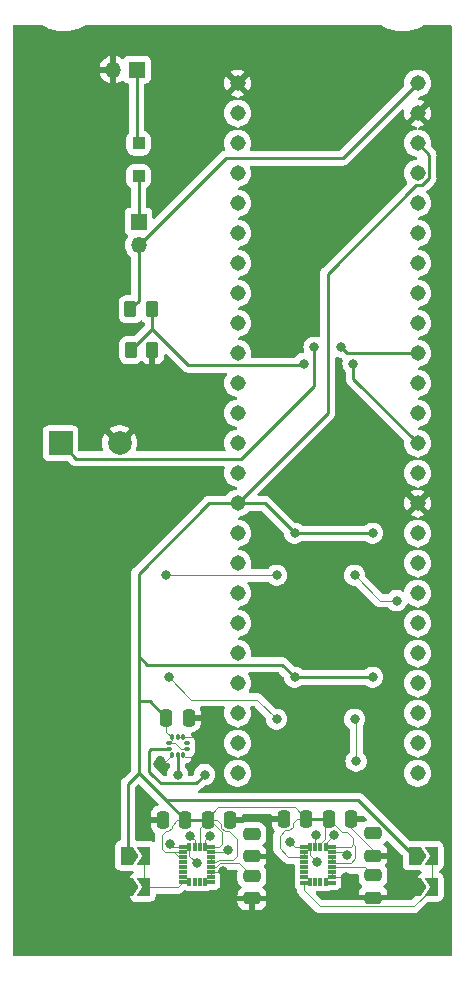
<source format=gtl>
%TF.GenerationSoftware,KiCad,Pcbnew,7.0.2*%
%TF.CreationDate,2023-08-01T20:03:33-04:00*%
%TF.ProjectId,imu-testbed,696d752d-7465-4737-9462-65642e6b6963,rev?*%
%TF.SameCoordinates,Original*%
%TF.FileFunction,Copper,L1,Top*%
%TF.FilePolarity,Positive*%
%FSLAX46Y46*%
G04 Gerber Fmt 4.6, Leading zero omitted, Abs format (unit mm)*
G04 Created by KiCad (PCBNEW 7.0.2) date 2023-08-01 20:03:33*
%MOMM*%
%LPD*%
G01*
G04 APERTURE LIST*
G04 Aperture macros list*
%AMRoundRect*
0 Rectangle with rounded corners*
0 $1 Rounding radius*
0 $2 $3 $4 $5 $6 $7 $8 $9 X,Y pos of 4 corners*
0 Add a 4 corners polygon primitive as box body*
4,1,4,$2,$3,$4,$5,$6,$7,$8,$9,$2,$3,0*
0 Add four circle primitives for the rounded corners*
1,1,$1+$1,$2,$3*
1,1,$1+$1,$4,$5*
1,1,$1+$1,$6,$7*
1,1,$1+$1,$8,$9*
0 Add four rect primitives between the rounded corners*
20,1,$1+$1,$2,$3,$4,$5,0*
20,1,$1+$1,$4,$5,$6,$7,0*
20,1,$1+$1,$6,$7,$8,$9,0*
20,1,$1+$1,$8,$9,$2,$3,0*%
%AMFreePoly0*
4,1,6,1.000000,0.000000,0.500000,-0.750000,-0.500000,-0.750000,-0.500000,0.750000,0.500000,0.750000,1.000000,0.000000,1.000000,0.000000,$1*%
%AMFreePoly1*
4,1,6,0.500000,-0.750000,-0.650000,-0.750000,-0.150000,0.000000,-0.650000,0.750000,0.500000,0.750000,0.500000,-0.750000,0.500000,-0.750000,$1*%
G04 Aperture macros list end*
%TA.AperFunction,ComponentPad*%
%ADD10R,2.000000X2.000000*%
%TD*%
%TA.AperFunction,ComponentPad*%
%ADD11C,2.000000*%
%TD*%
%TA.AperFunction,SMDPad,CuDef*%
%ADD12RoundRect,0.250000X-0.262500X-0.450000X0.262500X-0.450000X0.262500X0.450000X-0.262500X0.450000X0*%
%TD*%
%TA.AperFunction,ComponentPad*%
%ADD13R,1.350000X1.350000*%
%TD*%
%TA.AperFunction,ComponentPad*%
%ADD14O,1.350000X1.350000*%
%TD*%
%TA.AperFunction,SMDPad,CuDef*%
%ADD15FreePoly0,0.000000*%
%TD*%
%TA.AperFunction,SMDPad,CuDef*%
%ADD16FreePoly1,0.000000*%
%TD*%
%TA.AperFunction,SMDPad,CuDef*%
%ADD17RoundRect,0.250000X0.300000X-0.300000X0.300000X0.300000X-0.300000X0.300000X-0.300000X-0.300000X0*%
%TD*%
%TA.AperFunction,SMDPad,CuDef*%
%ADD18RoundRect,0.002800X-0.262200X-0.137200X0.262200X-0.137200X0.262200X0.137200X-0.262200X0.137200X0*%
%TD*%
%TA.AperFunction,SMDPad,CuDef*%
%ADD19RoundRect,0.002800X0.137200X-0.262200X0.137200X0.262200X-0.137200X0.262200X-0.137200X-0.262200X0*%
%TD*%
%TA.AperFunction,SMDPad,CuDef*%
%ADD20RoundRect,0.002800X0.262200X0.137200X-0.262200X0.137200X-0.262200X-0.137200X0.262200X-0.137200X0*%
%TD*%
%TA.AperFunction,SMDPad,CuDef*%
%ADD21RoundRect,0.002800X-0.137200X0.262200X-0.137200X-0.262200X0.137200X-0.262200X0.137200X0.262200X0*%
%TD*%
%TA.AperFunction,SMDPad,CuDef*%
%ADD22RoundRect,0.250000X-0.475000X0.250000X-0.475000X-0.250000X0.475000X-0.250000X0.475000X0.250000X0*%
%TD*%
%TA.AperFunction,SMDPad,CuDef*%
%ADD23RoundRect,0.250000X0.250000X0.475000X-0.250000X0.475000X-0.250000X-0.475000X0.250000X-0.475000X0*%
%TD*%
%TA.AperFunction,SMDPad,CuDef*%
%ADD24RoundRect,0.250000X-0.250000X-0.475000X0.250000X-0.475000X0.250000X0.475000X-0.250000X0.475000X0*%
%TD*%
%TA.AperFunction,SMDPad,CuDef*%
%ADD25RoundRect,0.087500X-0.125000X-0.087500X0.125000X-0.087500X0.125000X0.087500X-0.125000X0.087500X0*%
%TD*%
%TA.AperFunction,SMDPad,CuDef*%
%ADD26RoundRect,0.087500X-0.087500X-0.125000X0.087500X-0.125000X0.087500X0.125000X-0.087500X0.125000X0*%
%TD*%
%TA.AperFunction,ComponentPad*%
%ADD27C,1.308000*%
%TD*%
%TA.AperFunction,ViaPad*%
%ADD28C,0.800000*%
%TD*%
%TA.AperFunction,Conductor*%
%ADD29C,0.250000*%
%TD*%
%TA.AperFunction,Conductor*%
%ADD30C,0.100000*%
%TD*%
G04 APERTURE END LIST*
D10*
%TO.P,BZ1,1,-*%
%TO.N,/Teensy 4.1/BUZZ*%
X123063000Y-107696000D03*
D11*
%TO.P,BZ1,2,+*%
%TO.N,GND*%
X128063000Y-107696000D03*
%TD*%
D12*
%TO.P,R14,1*%
%TO.N,/Teensy 4.1/1s lipo analog voltage splitter/V_SCALED*%
X129008500Y-99822000D03*
%TO.P,R14,2*%
%TO.N,GND*%
X130833500Y-99822000D03*
%TD*%
%TO.P,R13,1*%
%TO.N,/Teensy 4.1/VIN*%
X128985000Y-96364000D03*
%TO.P,R13,2*%
%TO.N,/Teensy 4.1/1s lipo analog voltage splitter/V_SCALED*%
X130810000Y-96364000D03*
%TD*%
D13*
%TO.P,J2,1,Pin_1*%
%TO.N,/BATT_IN*%
X129667000Y-88932000D03*
D14*
%TO.P,J2,2,Pin_2*%
%TO.N,/Teensy 4.1/VIN*%
X129667000Y-90932000D03*
%TD*%
D15*
%TO.P,R12,1*%
%TO.N,GND*%
X128651000Y-145288000D03*
D16*
%TO.P,R12,2*%
%TO.N,Net-(U3-DEN_A{slash}G)*%
X130101000Y-145288000D03*
%TD*%
D15*
%TO.P,R11,1*%
%TO.N,+3V3*%
X128651000Y-142627000D03*
D16*
%TO.P,R11,2*%
%TO.N,Net-(U3-DEN_A{slash}G)*%
X130101000Y-142627000D03*
%TD*%
%TO.P,R10,2*%
%TO.N,Net-(U2-DEN_A{slash}G)*%
X154485000Y-145282000D03*
D15*
%TO.P,R10,1*%
%TO.N,GND*%
X153035000Y-145282000D03*
%TD*%
D16*
%TO.P,R9,2*%
%TO.N,Net-(U2-DEN_A{slash}G)*%
X154485000Y-142621000D03*
D15*
%TO.P,R9,1*%
%TO.N,+3V3*%
X153035000Y-142621000D03*
%TD*%
D14*
%TO.P,J1,2,Pin_2*%
%TO.N,GND*%
X127524000Y-76073000D03*
D13*
%TO.P,J1,1,Pin_1*%
%TO.N,Net-(D1-A)*%
X129524000Y-76073000D03*
%TD*%
D17*
%TO.P,D1,1,K*%
%TO.N,/BATT_IN*%
X129667000Y-85093000D03*
%TO.P,D1,2,A*%
%TO.N,Net-(D1-A)*%
X129667000Y-82293000D03*
%TD*%
D18*
%TO.P,U3,1,VDDIO*%
%TO.N,+3V3*%
X135840000Y-141878000D03*
D19*
%TO.P,U3,2,SCL/SPC*%
%TO.N,/Barometric pressure sensor/SCL*%
X135265000Y-141913000D03*
%TO.P,U3,3,VDDIO*%
%TO.N,+3V3*%
X134835000Y-141913000D03*
%TO.P,U3,4,SDA/SDI/SDO*%
%TO.N,/Barometric pressure sensor/SDA*%
X134405000Y-141913000D03*
%TO.P,U3,5,SDO_A/G*%
%TO.N,Net-(U3-SDO_A{slash}G)*%
X133975000Y-141913000D03*
D20*
%TO.P,U3,6,SDO_M*%
%TO.N,Net-(U3-SDO_M)*%
X133400000Y-141878000D03*
%TO.P,U3,7,CS_A/G*%
%TO.N,+3V3*%
X133400000Y-142308000D03*
%TO.P,U3,8,CS_M*%
X133400000Y-142738000D03*
%TO.P,U3,9,DRDY_M*%
%TO.N,unconnected-(U3-DRDY_M-Pad9)*%
X133400000Y-143168000D03*
%TO.P,U3,10,INT_M*%
%TO.N,unconnected-(U3-INT_M-Pad10)*%
X133400000Y-143598000D03*
%TO.P,U3,11,INT1_A/G*%
%TO.N,unconnected-(U3-INT1_A{slash}G-Pad11)*%
X133400000Y-144028000D03*
%TO.P,U3,12,INT2_A/G*%
%TO.N,unconnected-(U3-INT2_A{slash}G-Pad12)*%
X133400000Y-144458000D03*
%TO.P,U3,13,DEN_A/G*%
%TO.N,Net-(U3-DEN_A{slash}G)*%
X133400000Y-144888000D03*
D21*
%TO.P,U3,14*%
%TO.N,N/C*%
X133975000Y-144853000D03*
%TO.P,U3,15*%
X134405000Y-144853000D03*
%TO.P,U3,16*%
X134835000Y-144853000D03*
%TO.P,U3,17*%
X135265000Y-144853000D03*
D18*
%TO.P,U3,18*%
X135840000Y-144888000D03*
%TO.P,U3,19,GND*%
%TO.N,GND*%
X135840000Y-144458000D03*
%TO.P,U3,20,GND*%
X135840000Y-144028000D03*
%TO.P,U3,21,CAP*%
%TO.N,Net-(U3-CAP)*%
X135840000Y-143598000D03*
%TO.P,U3,22,VDD*%
%TO.N,+3V3*%
X135840000Y-143168000D03*
%TO.P,U3,23,VDD*%
X135840000Y-142738000D03*
%TO.P,U3,24,C1*%
%TO.N,Net-(U3-C1)*%
X135840000Y-142308000D03*
%TD*%
D22*
%TO.P,C8,1*%
%TO.N,Net-(U3-C1)*%
X139269000Y-140792000D03*
%TO.P,C8,2*%
%TO.N,GND*%
X139269000Y-142692000D03*
%TD*%
%TO.P,C7,1*%
%TO.N,Net-(U3-CAP)*%
X139269000Y-144348000D03*
%TO.P,C7,2*%
%TO.N,GND*%
X139269000Y-146248000D03*
%TD*%
D23*
%TO.P,C6,1*%
%TO.N,GND*%
X137425000Y-139583000D03*
%TO.P,C6,2*%
%TO.N,+3V3*%
X135525000Y-139583000D03*
%TD*%
D24*
%TO.P,C5,1*%
%TO.N,GND*%
X131715000Y-139583000D03*
%TO.P,C5,2*%
%TO.N,+3V3*%
X133615000Y-139583000D03*
%TD*%
D18*
%TO.P,U2,1,VDDIO*%
%TO.N,+3V3*%
X146077000Y-141888000D03*
D19*
%TO.P,U2,2,SCL/SPC*%
%TO.N,/Barometric pressure sensor/SCL*%
X145502000Y-141923000D03*
%TO.P,U2,3,VDDIO*%
%TO.N,+3V3*%
X145072000Y-141923000D03*
%TO.P,U2,4,SDA/SDI/SDO*%
%TO.N,/Barometric pressure sensor/SDA*%
X144642000Y-141923000D03*
%TO.P,U2,5,SDO_A/G*%
%TO.N,Net-(U2-SDO_A{slash}G)*%
X144212000Y-141923000D03*
D20*
%TO.P,U2,6,SDO_M*%
%TO.N,Net-(U2-SDO_M)*%
X143637000Y-141888000D03*
%TO.P,U2,7,CS_A/G*%
%TO.N,+3V3*%
X143637000Y-142318000D03*
%TO.P,U2,8,CS_M*%
X143637000Y-142748000D03*
%TO.P,U2,9,DRDY_M*%
%TO.N,unconnected-(U2-DRDY_M-Pad9)*%
X143637000Y-143178000D03*
%TO.P,U2,10,INT_M*%
%TO.N,unconnected-(U2-INT_M-Pad10)*%
X143637000Y-143608000D03*
%TO.P,U2,11,INT1_A/G*%
%TO.N,unconnected-(U2-INT1_A{slash}G-Pad11)*%
X143637000Y-144038000D03*
%TO.P,U2,12,INT2_A/G*%
%TO.N,unconnected-(U2-INT2_A{slash}G-Pad12)*%
X143637000Y-144468000D03*
%TO.P,U2,13,DEN_A/G*%
%TO.N,Net-(U2-DEN_A{slash}G)*%
X143637000Y-144898000D03*
D21*
%TO.P,U2,14*%
%TO.N,N/C*%
X144212000Y-144863000D03*
%TO.P,U2,15*%
X144642000Y-144863000D03*
%TO.P,U2,16*%
X145072000Y-144863000D03*
%TO.P,U2,17*%
X145502000Y-144863000D03*
D18*
%TO.P,U2,18*%
X146077000Y-144898000D03*
%TO.P,U2,19,GND*%
%TO.N,GND*%
X146077000Y-144468000D03*
%TO.P,U2,20,GND*%
X146077000Y-144038000D03*
%TO.P,U2,21,CAP*%
%TO.N,Net-(U2-CAP)*%
X146077000Y-143608000D03*
%TO.P,U2,22,VDD*%
%TO.N,+3V3*%
X146077000Y-143178000D03*
%TO.P,U2,23,VDD*%
X146077000Y-142748000D03*
%TO.P,U2,24,C1*%
%TO.N,Net-(U2-C1)*%
X146077000Y-142318000D03*
%TD*%
D22*
%TO.P,C4,1*%
%TO.N,Net-(U2-C1)*%
X149517000Y-140719000D03*
%TO.P,C4,2*%
%TO.N,GND*%
X149517000Y-142619000D03*
%TD*%
D24*
%TO.P,C3,1*%
%TO.N,GND*%
X141963000Y-139510000D03*
%TO.P,C3,2*%
%TO.N,+3V3*%
X143863000Y-139510000D03*
%TD*%
D23*
%TO.P,C2,1*%
%TO.N,GND*%
X147673000Y-139510000D03*
%TO.P,C2,2*%
%TO.N,+3V3*%
X145773000Y-139510000D03*
%TD*%
D22*
%TO.P,C1,1*%
%TO.N,Net-(U2-CAP)*%
X149517000Y-144275000D03*
%TO.P,C1,2*%
%TO.N,GND*%
X149517000Y-146175000D03*
%TD*%
D25*
%TO.P,U8,1,Vdd_IO*%
%TO.N,+3V3*%
X132207000Y-133096000D03*
%TO.P,U8,2,SCL*%
%TO.N,/Barometric pressure sensor/SCL*%
X132207000Y-133596000D03*
D26*
%TO.P,U8,3,RES*%
%TO.N,GND*%
X132469500Y-134108500D03*
%TO.P,U8,4,SDA*%
%TO.N,/Barometric pressure sensor/SDA*%
X132969500Y-134108500D03*
%TO.P,U8,5,SA0*%
%TO.N,GND*%
X133469500Y-134108500D03*
D25*
%TO.P,U8,6,~{CS}*%
%TO.N,+3V3*%
X133732000Y-133596000D03*
%TO.P,U8,7,INT_DRDY*%
%TO.N,unconnected-(U8-INT_DRDY-Pad7)*%
X133732000Y-133096000D03*
D26*
%TO.P,U8,8,GND*%
%TO.N,GND*%
X133469500Y-132583500D03*
%TO.P,U8,9,GND*%
X132969500Y-132583500D03*
%TO.P,U8,10,VDD*%
%TO.N,+3V3*%
X132469500Y-132583500D03*
%TD*%
D27*
%TO.P,U1,0,RX1*%
%TO.N,unconnected-(U1-RX1-Pad0)*%
X138049000Y-79756000D03*
%TO.P,U1,1,TX1*%
%TO.N,unconnected-(U1-TX1-Pad1)*%
X138049000Y-82296000D03*
%TO.P,U1,2,OUT2*%
%TO.N,unconnected-(U1-OUT2-Pad2)*%
X138049000Y-84836000D03*
%TO.P,U1,3,LRCLK2*%
%TO.N,unconnected-(U1-LRCLK2-Pad3)*%
X138049000Y-87376000D03*
%TO.P,U1,3.3V_1,3.3V*%
%TO.N,+3V3*%
X138049000Y-112776000D03*
%TO.P,U1,3.3V_2,3.3V*%
X153289000Y-82296000D03*
%TO.P,U1,4,BCLK2*%
%TO.N,unconnected-(U1-BCLK2-Pad4)*%
X138049000Y-89916000D03*
%TO.P,U1,5,IN2*%
%TO.N,unconnected-(U1-IN2-Pad5)*%
X138049000Y-92456000D03*
%TO.P,U1,6,OUT1D*%
%TO.N,unconnected-(U1-OUT1D-Pad6)*%
X138049000Y-94996000D03*
%TO.P,U1,7,RX2*%
%TO.N,unconnected-(U1-RX2-Pad7)*%
X138049000Y-97536000D03*
%TO.P,U1,8,TX2*%
%TO.N,unconnected-(U1-TX2-Pad8)*%
X138049000Y-100076000D03*
%TO.P,U1,9,OUT1C*%
%TO.N,unconnected-(U1-OUT1C-Pad9)*%
X138049000Y-102616000D03*
%TO.P,U1,10,CS1*%
%TO.N,unconnected-(U1-CS1-Pad10)*%
X138049000Y-105156000D03*
%TO.P,U1,11,MOSI*%
%TO.N,unconnected-(U1-MOSI-Pad11)*%
X138049000Y-107696000D03*
%TO.P,U1,12,MISO*%
%TO.N,unconnected-(U1-MISO-Pad12)*%
X138049000Y-110236000D03*
%TO.P,U1,13,SCK*%
%TO.N,unconnected-(U1-SCK-Pad13)*%
X153289000Y-110236000D03*
%TO.P,U1,14,A0*%
%TO.N,/Teensy 4.1/1s lipo analog voltage splitter/V_SCALED*%
X153289000Y-107696000D03*
%TO.P,U1,15,A1*%
%TO.N,unconnected-(U1-A1-Pad15)*%
X153289000Y-105156000D03*
%TO.P,U1,16,A2*%
%TO.N,unconnected-(U1-A2-Pad16)*%
X153289000Y-102616000D03*
%TO.P,U1,17,A3*%
%TO.N,/Teensy 4.1/BUZZ*%
X153289000Y-100076000D03*
%TO.P,U1,18,A4*%
%TO.N,/Barometric pressure sensor/SDA*%
X153289000Y-97536000D03*
%TO.P,U1,19,A5*%
%TO.N,/Barometric pressure sensor/SCL*%
X153289000Y-94996000D03*
%TO.P,U1,20,A6*%
%TO.N,unconnected-(U1-A6-Pad20)*%
X153289000Y-92456000D03*
%TO.P,U1,21,A7*%
%TO.N,unconnected-(U1-A7-Pad21)*%
X153289000Y-89916000D03*
%TO.P,U1,22,A8*%
%TO.N,unconnected-(U1-A8-Pad22)*%
X153289000Y-87376000D03*
%TO.P,U1,23,A9*%
%TO.N,unconnected-(U1-A9-Pad23)*%
X153289000Y-84836000D03*
%TO.P,U1,24,A10*%
%TO.N,unconnected-(U1-A10-Pad24)*%
X138049000Y-115316000D03*
%TO.P,U1,25,A11*%
%TO.N,unconnected-(U1-A11-Pad25)*%
X138049000Y-117856000D03*
%TO.P,U1,26,A12*%
%TO.N,unconnected-(U1-A12-Pad26)*%
X138049000Y-120396000D03*
%TO.P,U1,27,A13*%
%TO.N,unconnected-(U1-A13-Pad27)*%
X138049000Y-122936000D03*
%TO.P,U1,28,RX7*%
%TO.N,unconnected-(U1-RX7-Pad28)*%
X138049000Y-125476000D03*
%TO.P,U1,29,TX7*%
%TO.N,unconnected-(U1-TX7-Pad29)*%
X138049000Y-128016000D03*
%TO.P,U1,30,CRX3*%
%TO.N,unconnected-(U1-CRX3-Pad30)*%
X138049000Y-130556000D03*
%TO.P,U1,31,CTX3*%
%TO.N,unconnected-(U1-CTX3-Pad31)*%
X138049000Y-133096000D03*
%TO.P,U1,32,OUT1B*%
%TO.N,unconnected-(U1-OUT1B-Pad32)*%
X138049000Y-135636000D03*
%TO.P,U1,33,MCLK2*%
%TO.N,unconnected-(U1-MCLK2-Pad33)*%
X153289000Y-135636000D03*
%TO.P,U1,34,RX8*%
%TO.N,unconnected-(U1-RX8-Pad34)*%
X153289000Y-133096000D03*
%TO.P,U1,35,TX8*%
%TO.N,unconnected-(U1-TX8-Pad35)*%
X153289000Y-130556000D03*
%TO.P,U1,36,CS2*%
%TO.N,unconnected-(U1-CS2-Pad36)*%
X153289000Y-128016000D03*
%TO.P,U1,37,CS3*%
%TO.N,unconnected-(U1-CS3-Pad37)*%
X153289000Y-125476000D03*
%TO.P,U1,38,A14*%
%TO.N,unconnected-(U1-A14-Pad38)*%
X153289000Y-122936000D03*
%TO.P,U1,39,A15*%
%TO.N,unconnected-(U1-A15-Pad39)*%
X153289000Y-120396000D03*
%TO.P,U1,40,A16*%
%TO.N,unconnected-(U1-A16-Pad40)*%
X153289000Y-117856000D03*
%TO.P,U1,41,A17*%
%TO.N,unconnected-(U1-A17-Pad41)*%
X153289000Y-115316000D03*
%TO.P,U1,GND1,GND*%
%TO.N,GND*%
X138049000Y-77216000D03*
%TO.P,U1,GND2,GND*%
X153289000Y-112776000D03*
%TO.P,U1,GND3,GND*%
X153289000Y-79756000D03*
%TO.P,U1,VIN,VIN*%
%TO.N,/Teensy 4.1/VIN*%
X153289000Y-77216000D03*
%TD*%
D24*
%TO.P,C13,1*%
%TO.N,+3V3*%
X132019000Y-130937000D03*
%TO.P,C13,2*%
%TO.N,GND*%
X133919000Y-130937000D03*
%TD*%
D28*
%TO.N,/Teensy 4.1/BUZZ*%
X146812000Y-99568000D03*
X144526000Y-99568000D03*
%TO.N,/Teensy 4.1/1s lipo analog voltage splitter/V_SCALED*%
X147828000Y-100965000D03*
X147828000Y-100965000D03*
X143637000Y-100965000D03*
%TO.N,GND*%
X130048000Y-137668000D03*
X135382000Y-134239000D03*
X131318000Y-134874000D03*
X149479000Y-131064000D03*
%TO.N,+3V3*%
X149479000Y-115316000D03*
X142875000Y-115316000D03*
X149479000Y-127508000D03*
X142875000Y-127508000D03*
%TO.N,Net-(U2-SDO_A{slash}G)*%
X151511000Y-121031000D03*
%TO.N,Net-(U2-SDO_M)*%
X148082000Y-134620000D03*
X142494000Y-141478000D03*
%TO.N,Net-(U2-SDO_A{slash}G)*%
X144780000Y-143129000D03*
%TO.N,Net-(U3-SDO_A{slash}G)*%
X131953000Y-118872000D03*
%TO.N,Net-(U3-SDO_M)*%
X132207000Y-127508000D03*
%TO.N,Net-(U3-SDO_A{slash}G)*%
X134620000Y-143256000D03*
%TO.N,Net-(U3-SDO_M)*%
X132334000Y-141605000D03*
%TO.N,Net-(U3-SDO_A{slash}G)*%
X141351000Y-118872000D03*
%TO.N,Net-(U2-SDO_A{slash}G)*%
X147955000Y-118872000D03*
%TO.N,Net-(U3-SDO_M)*%
X141351000Y-131064000D03*
%TO.N,Net-(U2-SDO_M)*%
X147955000Y-131064000D03*
%TO.N,/Barometric pressure sensor/SCL*%
X135255000Y-135763000D03*
%TO.N,/Barometric pressure sensor/SDA*%
X132969000Y-135763000D03*
%TO.N,/Barometric pressure sensor/SCL*%
X146215000Y-140907000D03*
%TO.N,/Barometric pressure sensor/SDA*%
X144691000Y-140907000D03*
%TO.N,GND*%
X147231000Y-144463000D03*
%TO.N,Net-(U2-C1)*%
X149517000Y-140653000D03*
X147358000Y-142558000D03*
%TO.N,Net-(U3-C1)*%
X139269000Y-140726000D03*
X137237000Y-142123000D03*
%TO.N,GND*%
X136856000Y-143901000D03*
%TO.N,/Barometric pressure sensor/SDA*%
X134062000Y-140980000D03*
%TO.N,/Barometric pressure sensor/SCL*%
X135713000Y-140980000D03*
%TD*%
D29*
%TO.N,/Teensy 4.1/BUZZ*%
X144526000Y-102870000D02*
X144526000Y-99568000D01*
X138375000Y-109021000D02*
X144526000Y-102870000D01*
X123063000Y-107696000D02*
X124388000Y-109021000D01*
X124388000Y-109021000D02*
X138375000Y-109021000D01*
X147320000Y-100076000D02*
X153289000Y-100076000D01*
X146812000Y-99568000D02*
X147320000Y-100076000D01*
%TO.N,/Teensy 4.1/1s lipo analog voltage splitter/V_SCALED*%
X147828000Y-102235000D02*
X153289000Y-107696000D01*
X147828000Y-100965000D02*
X147828000Y-102235000D01*
X143510000Y-101092000D02*
X143637000Y-100965000D01*
X133881500Y-101092000D02*
X143510000Y-101092000D01*
X130810000Y-98020500D02*
X133881500Y-101092000D01*
%TO.N,/Teensy 4.1/VIN*%
X129667000Y-95682000D02*
X128985000Y-96364000D01*
X129667000Y-90932000D02*
X129667000Y-95682000D01*
%TO.N,/Teensy 4.1/1s lipo analog voltage splitter/V_SCALED*%
X130810000Y-98020500D02*
X129008500Y-99822000D01*
X130810000Y-96364000D02*
X130810000Y-98020500D01*
%TO.N,+3V3*%
X140335000Y-112776000D02*
X138049000Y-112776000D01*
X142875000Y-115316000D02*
X140335000Y-112776000D01*
X135636000Y-112776000D02*
X129667000Y-118745000D01*
X129667000Y-118745000D02*
X129667000Y-125730000D01*
X138049000Y-112776000D02*
X135636000Y-112776000D01*
%TO.N,/Teensy 4.1/VIN*%
X146939000Y-83566000D02*
X153289000Y-77216000D01*
X137033000Y-83566000D02*
X146939000Y-83566000D01*
X129667000Y-90932000D02*
X137033000Y-83566000D01*
%TO.N,/BATT_IN*%
X129667000Y-85093000D02*
X129667000Y-88932000D01*
D30*
%TO.N,GND*%
X147673000Y-140307107D02*
X149517000Y-142151107D01*
X147673000Y-139510000D02*
X147673000Y-140307107D01*
X149517000Y-142151107D02*
X149517000Y-142619000D01*
%TO.N,Net-(U2-DEN_A{slash}G)*%
X145020000Y-146925000D02*
X143637000Y-145542000D01*
X154485000Y-145282000D02*
X154485000Y-145435554D01*
X154485000Y-145435554D02*
X152995554Y-146925000D01*
X152995554Y-146925000D02*
X145020000Y-146925000D01*
X143637000Y-145542000D02*
X143637000Y-144898000D01*
%TO.N,Net-(U3-DEN_A{slash}G)*%
X130101000Y-145288000D02*
X133000000Y-145288000D01*
X133000000Y-145288000D02*
X133400000Y-144888000D01*
%TO.N,Net-(U2-DEN_A{slash}G)*%
X154485000Y-142621000D02*
X154485000Y-145282000D01*
%TO.N,Net-(U3-DEN_A{slash}G)*%
X130101000Y-142627000D02*
X130101000Y-145288000D01*
D29*
%TO.N,+3V3*%
X152908000Y-142571827D02*
X152908000Y-142627000D01*
X148257673Y-137921500D02*
X152908000Y-142571827D01*
X131953500Y-137921500D02*
X148257673Y-137921500D01*
X131953500Y-137921500D02*
X133615000Y-139583000D01*
X129667000Y-135635000D02*
X131953500Y-137921500D01*
X129667000Y-135635000D02*
X128778000Y-136524000D01*
X128778000Y-136524000D02*
X128778000Y-142627000D01*
D30*
%TO.N,GND*%
X133600000Y-134239000D02*
X135382000Y-134239000D01*
X133469500Y-134108500D02*
X133600000Y-134239000D01*
X131704000Y-134874000D02*
X131318000Y-134874000D01*
X132469500Y-134108500D02*
X131704000Y-134874000D01*
D29*
%TO.N,+3V3*%
X142875000Y-127508000D02*
X149479000Y-127508000D01*
X141822000Y-126455000D02*
X142875000Y-127508000D01*
X130392000Y-126455000D02*
X141822000Y-126455000D01*
X129667000Y-125730000D02*
X130392000Y-126455000D01*
X129667000Y-125730000D02*
X129667000Y-129540000D01*
X142875000Y-115316000D02*
X149479000Y-115316000D01*
D30*
%TO.N,Net-(U2-SDO_A{slash}G)*%
X150114000Y-121031000D02*
X147955000Y-118872000D01*
X151511000Y-121031000D02*
X150114000Y-121031000D01*
%TO.N,Net-(U2-SDO_M)*%
X148082000Y-131191000D02*
X147955000Y-131064000D01*
X148082000Y-134620000D02*
X148082000Y-131191000D01*
X142904000Y-141888000D02*
X142494000Y-141478000D01*
X143637000Y-141888000D02*
X142904000Y-141888000D01*
%TO.N,+3V3*%
X142713000Y-139862000D02*
X143065000Y-139510000D01*
X142713000Y-140192107D02*
X142713000Y-139862000D01*
X143065000Y-139510000D02*
X143863000Y-139510000D01*
X142090000Y-140485000D02*
X142420107Y-140485000D01*
X142420107Y-140485000D02*
X142713000Y-140192107D01*
X141605000Y-140970000D02*
X142090000Y-140485000D01*
X142341000Y-142748000D02*
X141605000Y-142012000D01*
X141605000Y-142012000D02*
X141605000Y-140970000D01*
X143637000Y-142748000D02*
X142341000Y-142748000D01*
%TO.N,Net-(U2-SDO_A{slash}G)*%
X144212000Y-142561000D02*
X144780000Y-143129000D01*
X144212000Y-141923000D02*
X144212000Y-142561000D01*
%TO.N,Net-(U3-SDO_A{slash}G)*%
X131953000Y-118872000D02*
X141351000Y-118872000D01*
%TO.N,Net-(U3-SDO_M)*%
X139700000Y-129413000D02*
X141351000Y-131064000D01*
X134112000Y-129413000D02*
X139700000Y-129413000D01*
X132207000Y-127508000D02*
X134112000Y-129413000D01*
%TO.N,Net-(U3-SDO_A{slash}G)*%
X133975000Y-142611000D02*
X134620000Y-143256000D01*
X133975000Y-141913000D02*
X133975000Y-142611000D01*
%TO.N,Net-(U3-SDO_M)*%
X132334000Y-141605000D02*
X132207000Y-141732000D01*
X132353000Y-141878000D02*
X132334000Y-141605000D01*
X133400000Y-141878000D02*
X132353000Y-141878000D01*
%TO.N,+3V3*%
X132959000Y-139583000D02*
X133615000Y-139583000D01*
X132172107Y-140558000D02*
X132465000Y-140265107D01*
X131984000Y-140558000D02*
X132172107Y-140558000D01*
X132465000Y-140265107D02*
X132465000Y-140077000D01*
X132465000Y-140077000D02*
X132959000Y-139583000D01*
X131639000Y-140903000D02*
X131984000Y-140558000D01*
X131894000Y-142308000D02*
X131639000Y-142053000D01*
X132665000Y-142308000D02*
X131894000Y-142308000D01*
X131639000Y-142053000D02*
X131639000Y-140903000D01*
%TO.N,GND*%
X134742500Y-132583500D02*
X134747000Y-132588000D01*
X133469500Y-132583500D02*
X134742500Y-132583500D01*
X132969500Y-132583500D02*
X133469500Y-132583500D01*
D29*
%TO.N,+3V3*%
X145669000Y-93345000D02*
X145669000Y-105156000D01*
X145669000Y-105156000D02*
X138049000Y-112776000D01*
X153694516Y-85815000D02*
X153199000Y-85815000D01*
X154268000Y-85241516D02*
X153694516Y-85815000D01*
X154268000Y-83275000D02*
X154268000Y-85241516D01*
X153289000Y-82296000D02*
X154268000Y-83275000D01*
X153199000Y-85815000D02*
X145669000Y-93345000D01*
%TO.N,/Barometric pressure sensor/SCL*%
X131535000Y-136488000D02*
X134530000Y-136488000D01*
X130810000Y-135763000D02*
X131535000Y-136488000D01*
X134530000Y-136488000D02*
X135255000Y-135763000D01*
X130556000Y-135509000D02*
X130810000Y-135763000D01*
X130691000Y-133596000D02*
X130556000Y-133731000D01*
X132207000Y-133596000D02*
X130691000Y-133596000D01*
X130556000Y-133731000D02*
X130556000Y-135509000D01*
%TO.N,/Barometric pressure sensor/SDA*%
X132969000Y-135763000D02*
X132969500Y-135762500D01*
X132969500Y-134108500D02*
X132969000Y-135763000D01*
%TO.N,+3V3*%
X130622000Y-129540000D02*
X132019000Y-130937000D01*
X129667000Y-129540000D02*
X130622000Y-129540000D01*
X129667000Y-129540000D02*
X129667000Y-135635000D01*
D30*
X133292203Y-133596000D02*
X133732000Y-133596000D01*
X132792203Y-133096000D02*
X133292203Y-133596000D01*
X132207000Y-133096000D02*
X132792203Y-133096000D01*
X132469500Y-132583500D02*
X132469500Y-132833500D01*
X132469500Y-132833500D02*
X132207000Y-133096000D01*
X132019000Y-132133000D02*
X132469500Y-132583500D01*
X132019000Y-130937000D02*
X132019000Y-132133000D01*
X142888000Y-138535000D02*
X143863000Y-139510000D01*
X136428450Y-138535000D02*
X142888000Y-138535000D01*
X135525000Y-139438450D02*
X136428450Y-138535000D01*
X135525000Y-139583000D02*
X135525000Y-139438450D01*
D29*
%TO.N,Net-(D1-A)*%
X129524000Y-76073000D02*
X129524000Y-82150000D01*
X129524000Y-82150000D02*
X129667000Y-82293000D01*
D30*
%TO.N,/Barometric pressure sensor/SCL*%
X146215000Y-140907000D02*
X146088000Y-141034000D01*
X146058351Y-141034000D02*
X146215000Y-140907000D01*
X145502000Y-141590351D02*
X146058351Y-141034000D01*
X145502000Y-141923000D02*
X145502000Y-141590351D01*
%TO.N,/Barometric pressure sensor/SDA*%
X144691000Y-140907000D02*
X144691000Y-141034000D01*
%TO.N,+3V3*%
X145453000Y-139830000D02*
X145773000Y-139510000D01*
X145453000Y-141215087D02*
X145453000Y-139830000D01*
X145072000Y-141596087D02*
X145453000Y-141215087D01*
X145072000Y-141923000D02*
X145072000Y-141596087D01*
%TO.N,/Barometric pressure sensor/SDA*%
X144642000Y-141083000D02*
X144691000Y-140907000D01*
X144642000Y-141923000D02*
X144642000Y-141083000D01*
%TO.N,Net-(U2-SDO_M)*%
X143672000Y-141923000D02*
X143637000Y-141888000D01*
X143637000Y-141888000D02*
X143675000Y-141850000D01*
%TO.N,GND*%
X147231000Y-144590000D02*
X147231000Y-144590000D01*
X147231000Y-144463000D02*
X147231000Y-144590000D01*
X147104000Y-144463000D02*
X147231000Y-144463000D01*
X147109000Y-144468000D02*
X147104000Y-144463000D01*
X146077000Y-144468000D02*
X147109000Y-144468000D01*
X146077000Y-144038000D02*
X146077000Y-144468000D01*
%TO.N,+3V3*%
X148008000Y-141811000D02*
X147866000Y-141669000D01*
X148008000Y-142827239D02*
X148008000Y-141811000D01*
X147627239Y-143208000D02*
X148008000Y-142827239D01*
X146107000Y-143208000D02*
X147627239Y-143208000D01*
X146077000Y-143178000D02*
X146107000Y-143208000D01*
%TO.N,Net-(U2-C1)*%
X147358000Y-142558000D02*
X147231000Y-142431000D01*
X147118000Y-142318000D02*
X147358000Y-142558000D01*
X146077000Y-142318000D02*
X147118000Y-142318000D01*
%TO.N,Net-(U2-CAP)*%
X148850000Y-143608000D02*
X149517000Y-144275000D01*
X146077000Y-143608000D02*
X148850000Y-143608000D01*
%TO.N,+3V3*%
X143637000Y-142318000D02*
X143637000Y-142748000D01*
X146077000Y-143178000D02*
X146077000Y-142748000D01*
X146916000Y-140653000D02*
X145773000Y-139510000D01*
X147358000Y-140653000D02*
X146916000Y-140653000D01*
X147866000Y-141161000D02*
X147358000Y-140653000D01*
X147866000Y-141669000D02*
X147866000Y-141161000D01*
X147647000Y-141888000D02*
X147866000Y-141669000D01*
X146077000Y-141888000D02*
X147647000Y-141888000D01*
D29*
X143863000Y-139510000D02*
X145773000Y-139510000D01*
D30*
%TO.N,Net-(U3-C1)*%
X137052000Y-142308000D02*
X137237000Y-142123000D01*
X135840000Y-142308000D02*
X137052000Y-142308000D01*
%TO.N,+3V3*%
X136348000Y-139583000D02*
X135525000Y-139583000D01*
X136675000Y-139910000D02*
X136348000Y-139583000D01*
X136675000Y-140265107D02*
X136675000Y-139910000D01*
X137323000Y-140558000D02*
X136967893Y-140558000D01*
X137999000Y-142631000D02*
X137999000Y-141234000D01*
X137679000Y-142951000D02*
X137999000Y-142631000D01*
X136967893Y-140558000D02*
X136675000Y-140265107D01*
X136462497Y-142951000D02*
X137679000Y-142951000D01*
X137999000Y-141234000D02*
X137323000Y-140558000D01*
X136245497Y-143168000D02*
X136462497Y-142951000D01*
X135840000Y-143168000D02*
X136245497Y-143168000D01*
%TO.N,Net-(U3-CAP)*%
X136586761Y-143251000D02*
X138172000Y-143251000D01*
X136239761Y-143598000D02*
X136586761Y-143251000D01*
X138172000Y-143251000D02*
X139269000Y-144348000D01*
X135840000Y-143598000D02*
X136239761Y-143598000D01*
%TO.N,+3V3*%
X135840000Y-143168000D02*
X135840000Y-142738000D01*
%TO.N,GND*%
X136983000Y-143901000D02*
X136983000Y-143901000D01*
X136856000Y-143901000D02*
X136983000Y-143901000D01*
X136856000Y-144028000D02*
X136856000Y-143901000D01*
X136856000Y-144028000D02*
X136856000Y-144028000D01*
X135840000Y-144028000D02*
X136856000Y-144028000D01*
X135840000Y-144028000D02*
X135840000Y-144458000D01*
%TO.N,Net-(U3-SDO_M)*%
X133435000Y-141913000D02*
X133400000Y-141878000D01*
X133400000Y-141878000D02*
X133400000Y-141842000D01*
%TO.N,/Barometric pressure sensor/SDA*%
X134405000Y-141323000D02*
X134062000Y-140980000D01*
X134405000Y-141913000D02*
X134405000Y-141323000D01*
%TO.N,/Barometric pressure sensor/SCL*%
X135713000Y-140980000D02*
X135586000Y-140980000D01*
X135265000Y-141301000D02*
X135713000Y-140980000D01*
X135265000Y-141913000D02*
X135265000Y-141301000D01*
%TO.N,+3V3*%
X136729000Y-140599000D02*
X135713000Y-139583000D01*
X135713000Y-139583000D02*
X135525000Y-139583000D01*
X136729000Y-141615000D02*
X136729000Y-140599000D01*
X136466000Y-141878000D02*
X136729000Y-141615000D01*
X135840000Y-141878000D02*
X136466000Y-141878000D01*
X133095000Y-142738000D02*
X132665000Y-142308000D01*
X133400000Y-142738000D02*
X133095000Y-142738000D01*
X133400000Y-142308000D02*
X132665000Y-142308000D01*
X134835000Y-141913000D02*
X134835000Y-140273000D01*
X134835000Y-140273000D02*
X135525000Y-139583000D01*
D29*
X133615000Y-139583000D02*
X135525000Y-139583000D01*
%TD*%
%TA.AperFunction,Conductor*%
%TO.N,GND*%
G36*
X150803551Y-141352676D02*
G01*
X150811779Y-141360196D01*
X151993034Y-142541451D01*
X152026519Y-142602774D01*
X152029353Y-142629132D01*
X152029353Y-143371000D01*
X152029510Y-143373208D01*
X152029511Y-143373210D01*
X152034499Y-143442960D01*
X152055199Y-143513457D01*
X152075047Y-143581053D01*
X152119597Y-143650374D01*
X152152858Y-143702129D01*
X152261625Y-143796376D01*
X152392542Y-143856165D01*
X152535000Y-143876647D01*
X153506196Y-143876647D01*
X153573235Y-143896332D01*
X153618990Y-143949136D01*
X153628934Y-144018294D01*
X153599909Y-144081850D01*
X153574979Y-144103820D01*
X153561776Y-144112623D01*
X153497497Y-144155474D01*
X153405089Y-144265813D01*
X153347509Y-144397715D01*
X153329424Y-144540496D01*
X153352296Y-144682587D01*
X153414277Y-144812484D01*
X153681432Y-145213216D01*
X153702240Y-145279915D01*
X153683685Y-145347276D01*
X153681432Y-145350782D01*
X153468615Y-145670008D01*
X153453122Y-145688906D01*
X152803848Y-146338181D01*
X152742525Y-146371666D01*
X152716167Y-146374500D01*
X145299386Y-146374500D01*
X145232347Y-146354815D01*
X145211705Y-146338181D01*
X144713705Y-145840180D01*
X144680220Y-145778857D01*
X144685204Y-145709165D01*
X144727076Y-145653232D01*
X144792540Y-145628815D01*
X144801386Y-145628499D01*
X144824034Y-145628499D01*
X144827344Y-145628499D01*
X144843742Y-145626736D01*
X144870250Y-145626736D01*
X144886655Y-145628500D01*
X145257344Y-145628499D01*
X145273742Y-145626736D01*
X145300250Y-145626736D01*
X145316655Y-145628500D01*
X145687344Y-145628499D01*
X145747284Y-145622056D01*
X145882887Y-145571479D01*
X145893901Y-145563233D01*
X145959366Y-145538815D01*
X145968214Y-145538499D01*
X146384033Y-145538499D01*
X146387344Y-145538499D01*
X146447284Y-145532056D01*
X146582887Y-145481479D01*
X146698747Y-145394747D01*
X146785479Y-145278887D01*
X146836056Y-145143284D01*
X146842500Y-145083345D01*
X146842499Y-144712656D01*
X146840483Y-144693900D01*
X146840483Y-144667381D01*
X146841645Y-144656575D01*
X146842000Y-144649964D01*
X146842000Y-144608000D01*
X146824995Y-144590995D01*
X146796495Y-144546649D01*
X146785479Y-144517113D01*
X146785478Y-144517111D01*
X146779248Y-144500408D01*
X146782280Y-144499276D01*
X146767947Y-144460845D01*
X146782800Y-144392572D01*
X146808366Y-144367005D01*
X146805680Y-144364319D01*
X146841999Y-144328000D01*
X146841999Y-144282714D01*
X146842155Y-144288844D01*
X146858369Y-144220904D01*
X146908754Y-144172499D01*
X146965988Y-144158500D01*
X148167500Y-144158500D01*
X148234539Y-144178185D01*
X148280294Y-144230989D01*
X148291500Y-144282500D01*
X148291500Y-144571858D01*
X148291500Y-144571877D01*
X148291501Y-144575008D01*
X148291820Y-144578140D01*
X148291821Y-144578141D01*
X148302000Y-144677796D01*
X148357186Y-144844334D01*
X148449288Y-144993657D01*
X148573340Y-145117709D01*
X148573342Y-145117710D01*
X148573344Y-145117712D01*
X148576652Y-145119752D01*
X148623379Y-145171698D01*
X148634603Y-145240660D01*
X148606762Y-145304744D01*
X148576659Y-145330830D01*
X148573654Y-145332683D01*
X148449683Y-145456654D01*
X148357642Y-145605877D01*
X148302493Y-145772303D01*
X148292319Y-145871890D01*
X148292000Y-145878168D01*
X148292000Y-145925000D01*
X150741999Y-145925000D01*
X150741999Y-145878170D01*
X150741678Y-145871888D01*
X150731506Y-145772304D01*
X150676357Y-145605877D01*
X150584316Y-145456654D01*
X150460344Y-145332682D01*
X150457343Y-145330831D01*
X150410618Y-145278883D01*
X150399397Y-145209921D01*
X150427240Y-145145839D01*
X150457345Y-145119753D01*
X150460656Y-145117712D01*
X150584712Y-144993656D01*
X150676814Y-144844334D01*
X150731999Y-144677797D01*
X150742500Y-144575009D01*
X150742499Y-143974992D01*
X150731999Y-143872203D01*
X150676814Y-143705666D01*
X150584712Y-143556344D01*
X150584711Y-143556342D01*
X150562696Y-143534327D01*
X150529211Y-143473004D01*
X150534195Y-143403312D01*
X150562697Y-143358963D01*
X150584318Y-143337341D01*
X150676357Y-143188122D01*
X150731506Y-143021696D01*
X150741680Y-142922109D01*
X150742000Y-142915831D01*
X150742000Y-142869000D01*
X149391000Y-142869000D01*
X149323961Y-142849315D01*
X149278206Y-142796511D01*
X149267000Y-142745000D01*
X149267000Y-142493000D01*
X149286685Y-142425961D01*
X149339489Y-142380206D01*
X149391000Y-142369000D01*
X150741999Y-142369000D01*
X150741999Y-142322170D01*
X150741678Y-142315888D01*
X150731506Y-142216304D01*
X150676357Y-142049877D01*
X150584316Y-141900654D01*
X150460344Y-141776682D01*
X150457343Y-141774831D01*
X150410618Y-141722883D01*
X150399397Y-141653921D01*
X150427240Y-141589839D01*
X150457345Y-141563753D01*
X150460656Y-141561712D01*
X150584712Y-141437656D01*
X150618558Y-141382781D01*
X150670506Y-141336056D01*
X150739469Y-141324833D01*
X150803551Y-141352676D01*
G37*
%TD.AperFunction*%
%TA.AperFunction,Conductor*%
G36*
X129710332Y-136578770D02*
G01*
X129754680Y-136607271D01*
X131323076Y-138175667D01*
X131356561Y-138236990D01*
X131351577Y-138306682D01*
X131309705Y-138362615D01*
X131274399Y-138381054D01*
X131145877Y-138423642D01*
X130996654Y-138515683D01*
X130872683Y-138639654D01*
X130780642Y-138788877D01*
X130725493Y-138955303D01*
X130715319Y-139054890D01*
X130715000Y-139061168D01*
X130715000Y-139333000D01*
X131841000Y-139333000D01*
X131908039Y-139352685D01*
X131953794Y-139405489D01*
X131965000Y-139457000D01*
X131965000Y-139709000D01*
X131945315Y-139776039D01*
X131892511Y-139821794D01*
X131841000Y-139833000D01*
X130715001Y-139833000D01*
X130715001Y-140104829D01*
X130715321Y-140111111D01*
X130725493Y-140210695D01*
X130780642Y-140377122D01*
X130872683Y-140526345D01*
X130996653Y-140650315D01*
X131037747Y-140675662D01*
X131084471Y-140727610D01*
X131095694Y-140796573D01*
X131092053Y-140814650D01*
X131088500Y-140827333D01*
X131088500Y-140868417D01*
X131087850Y-140881098D01*
X131086490Y-140894332D01*
X131083648Y-140921972D01*
X131085396Y-140932112D01*
X131086697Y-140939654D01*
X131088500Y-140960724D01*
X131088500Y-141365642D01*
X131068815Y-141432681D01*
X131016011Y-141478436D01*
X130946853Y-141488380D01*
X130883300Y-141459357D01*
X130874374Y-141451623D01*
X130743457Y-141391834D01*
X130601000Y-141371353D01*
X129527500Y-141371353D01*
X129460461Y-141351668D01*
X129414706Y-141298864D01*
X129403500Y-141247353D01*
X129403500Y-136834452D01*
X129423185Y-136767413D01*
X129439813Y-136746776D01*
X129579321Y-136607268D01*
X129640640Y-136573786D01*
X129710332Y-136578770D01*
G37*
%TD.AperFunction*%
%TA.AperFunction,Conductor*%
G36*
X148727260Y-139279685D02*
G01*
X148747902Y-139296319D01*
X148969057Y-139517474D01*
X149002542Y-139578797D01*
X148997558Y-139648489D01*
X148955686Y-139704422D01*
X148893978Y-139728513D01*
X148889202Y-139729000D01*
X148776129Y-139766469D01*
X148706301Y-139768871D01*
X148690747Y-139760000D01*
X147547000Y-139760000D01*
X147479961Y-139740315D01*
X147434206Y-139687511D01*
X147423000Y-139636000D01*
X147423000Y-139384000D01*
X147442685Y-139316961D01*
X147495489Y-139271206D01*
X147547000Y-139260000D01*
X148660221Y-139260000D01*
X148727260Y-139279685D01*
G37*
%TD.AperFunction*%
%TA.AperFunction,Conductor*%
G36*
X131746144Y-134241185D02*
G01*
X131791899Y-134293989D01*
X131802044Y-134329316D01*
X131809620Y-134386866D01*
X131868818Y-134529783D01*
X131962990Y-134652509D01*
X132085717Y-134746682D01*
X132228631Y-134805878D01*
X132235934Y-134806840D01*
X132299831Y-134835105D01*
X132338303Y-134893429D01*
X132343751Y-134929817D01*
X132343710Y-135064116D01*
X132324005Y-135131149D01*
X132311860Y-135147050D01*
X132236466Y-135230783D01*
X132141820Y-135394715D01*
X132083326Y-135574742D01*
X132064753Y-135751461D01*
X132038168Y-135816076D01*
X131980871Y-135856061D01*
X131941432Y-135862500D01*
X131845452Y-135862500D01*
X131778413Y-135842815D01*
X131757771Y-135826181D01*
X131506334Y-135574744D01*
X131224471Y-135292880D01*
X131217821Y-135286230D01*
X131184335Y-135224914D01*
X131181500Y-135198556D01*
X131181499Y-134345499D01*
X131201185Y-134278460D01*
X131253989Y-134232706D01*
X131305500Y-134221500D01*
X131679105Y-134221500D01*
X131746144Y-134241185D01*
G37*
%TD.AperFunction*%
%TA.AperFunction,Conductor*%
G36*
X152068933Y-79423169D02*
G01*
X152124866Y-79465041D01*
X152149283Y-79530505D01*
X152149070Y-79550791D01*
X152130056Y-79755999D01*
X152149789Y-79968957D01*
X152208315Y-80174656D01*
X152303646Y-80366105D01*
X152312980Y-80378466D01*
X152891046Y-79800399D01*
X152903835Y-79881148D01*
X152961359Y-79994045D01*
X153050955Y-80083641D01*
X153163852Y-80141165D01*
X153244599Y-80153953D01*
X152669085Y-80729465D01*
X152772413Y-80793443D01*
X152971839Y-80870701D01*
X153149204Y-80903856D01*
X153211485Y-80935524D01*
X153246758Y-80995836D01*
X153243824Y-81065644D01*
X153203616Y-81122785D01*
X153149205Y-81147634D01*
X152971702Y-81180815D01*
X152772189Y-81258107D01*
X152590275Y-81370743D01*
X152432159Y-81514884D01*
X152303216Y-81685632D01*
X152207848Y-81877159D01*
X152149295Y-82082949D01*
X152129554Y-82296000D01*
X152149295Y-82509050D01*
X152207848Y-82714840D01*
X152303216Y-82906367D01*
X152432159Y-83077115D01*
X152590275Y-83221256D01*
X152590277Y-83221257D01*
X152590278Y-83221258D01*
X152772190Y-83333893D01*
X152971703Y-83411185D01*
X153147845Y-83444111D01*
X153210125Y-83475779D01*
X153245398Y-83536092D01*
X153242464Y-83605900D01*
X153202255Y-83663040D01*
X153147845Y-83687888D01*
X152971702Y-83720815D01*
X152971703Y-83720815D01*
X152772189Y-83798107D01*
X152590275Y-83910743D01*
X152432159Y-84054884D01*
X152303216Y-84225632D01*
X152207848Y-84417159D01*
X152149295Y-84622949D01*
X152129554Y-84836000D01*
X152149295Y-85049050D01*
X152207848Y-85254840D01*
X152303218Y-85446370D01*
X152401610Y-85576663D01*
X152426302Y-85642024D01*
X152411737Y-85710359D01*
X152390337Y-85739070D01*
X145285208Y-92844199D01*
X145269110Y-92857096D01*
X145221096Y-92908225D01*
X145218392Y-92911016D01*
X145201628Y-92927780D01*
X145201621Y-92927787D01*
X145198880Y-92930529D01*
X145196499Y-92933597D01*
X145196490Y-92933608D01*
X145196411Y-92933711D01*
X145188842Y-92942572D01*
X145158935Y-92974420D01*
X145149285Y-92991974D01*
X145138609Y-93008228D01*
X145126326Y-93024063D01*
X145108975Y-93064158D01*
X145103838Y-93074644D01*
X145082802Y-93112907D01*
X145077821Y-93132309D01*
X145071520Y-93150711D01*
X145063561Y-93169102D01*
X145056728Y-93212242D01*
X145054360Y-93223674D01*
X145043500Y-93265977D01*
X145043500Y-93286016D01*
X145041973Y-93305414D01*
X145038840Y-93325194D01*
X145042950Y-93368673D01*
X145043500Y-93380343D01*
X145043500Y-98621742D01*
X145023815Y-98688781D01*
X144971011Y-98734536D01*
X144901853Y-98744480D01*
X144869065Y-98735022D01*
X144805800Y-98706854D01*
X144620648Y-98667500D01*
X144620646Y-98667500D01*
X144431354Y-98667500D01*
X144431352Y-98667500D01*
X144246197Y-98706855D01*
X144073269Y-98783848D01*
X143920129Y-98895110D01*
X143793466Y-99035783D01*
X143698820Y-99199715D01*
X143640326Y-99379742D01*
X143620540Y-99568000D01*
X143640326Y-99756257D01*
X143687740Y-99902182D01*
X143689735Y-99972023D01*
X143653654Y-100031856D01*
X143590953Y-100062684D01*
X143569809Y-100064500D01*
X143542352Y-100064500D01*
X143357197Y-100103855D01*
X143184269Y-100180848D01*
X143031129Y-100292110D01*
X142911050Y-100425472D01*
X142851563Y-100462121D01*
X142818900Y-100466500D01*
X139302417Y-100466500D01*
X139235378Y-100446815D01*
X139189623Y-100394011D01*
X139179679Y-100324853D01*
X139183151Y-100308564D01*
X139187832Y-100292112D01*
X139188704Y-100289048D01*
X139208446Y-100076000D01*
X139188704Y-99862952D01*
X139188704Y-99862949D01*
X139130151Y-99657159D01*
X139034783Y-99465632D01*
X138905840Y-99294884D01*
X138747724Y-99150743D01*
X138565810Y-99038107D01*
X138559811Y-99035783D01*
X138366297Y-98960815D01*
X138190153Y-98927888D01*
X138127874Y-98896221D01*
X138092601Y-98835909D01*
X138095535Y-98766100D01*
X138135744Y-98708960D01*
X138190152Y-98684112D01*
X138366297Y-98651185D01*
X138565810Y-98573893D01*
X138747722Y-98461258D01*
X138905841Y-98317114D01*
X139034781Y-98146370D01*
X139034781Y-98146368D01*
X139034783Y-98146367D01*
X139130151Y-97954840D01*
X139188704Y-97749050D01*
X139192318Y-97710046D01*
X139208446Y-97536000D01*
X139188704Y-97322952D01*
X139188704Y-97322949D01*
X139130151Y-97117159D01*
X139034783Y-96925632D01*
X138905840Y-96754884D01*
X138747724Y-96610743D01*
X138565810Y-96498107D01*
X138565809Y-96498107D01*
X138366297Y-96420815D01*
X138190153Y-96387888D01*
X138127874Y-96356221D01*
X138092601Y-96295909D01*
X138095535Y-96226100D01*
X138135744Y-96168960D01*
X138190152Y-96144112D01*
X138366297Y-96111185D01*
X138565810Y-96033893D01*
X138747722Y-95921258D01*
X138905841Y-95777114D01*
X139034781Y-95606370D01*
X139034781Y-95606368D01*
X139034783Y-95606367D01*
X139130151Y-95414840D01*
X139188704Y-95209050D01*
X139192925Y-95163500D01*
X139208446Y-94996000D01*
X139188704Y-94782952D01*
X139188704Y-94782949D01*
X139130151Y-94577159D01*
X139034783Y-94385632D01*
X138905840Y-94214884D01*
X138747724Y-94070743D01*
X138565810Y-93958107D01*
X138565809Y-93958107D01*
X138366297Y-93880815D01*
X138190153Y-93847888D01*
X138127874Y-93816221D01*
X138092601Y-93755909D01*
X138095535Y-93686100D01*
X138135744Y-93628960D01*
X138190152Y-93604112D01*
X138366297Y-93571185D01*
X138565810Y-93493893D01*
X138747722Y-93381258D01*
X138905841Y-93237114D01*
X139034781Y-93066370D01*
X139034781Y-93066368D01*
X139034783Y-93066367D01*
X139130151Y-92874840D01*
X139188704Y-92669050D01*
X139191790Y-92635739D01*
X139208446Y-92456000D01*
X139188704Y-92242952D01*
X139188704Y-92242949D01*
X139130151Y-92037159D01*
X139034783Y-91845632D01*
X138905840Y-91674884D01*
X138747724Y-91530743D01*
X138565810Y-91418107D01*
X138565809Y-91418107D01*
X138366297Y-91340815D01*
X138190153Y-91307888D01*
X138127874Y-91276221D01*
X138092601Y-91215909D01*
X138095535Y-91146100D01*
X138135744Y-91088960D01*
X138190152Y-91064112D01*
X138366297Y-91031185D01*
X138565810Y-90953893D01*
X138747722Y-90841258D01*
X138881711Y-90719111D01*
X138905840Y-90697115D01*
X139034783Y-90526367D01*
X139130151Y-90334840D01*
X139188704Y-90129050D01*
X139203947Y-89964548D01*
X139208446Y-89916000D01*
X139188704Y-89702952D01*
X139188704Y-89702949D01*
X139130151Y-89497159D01*
X139034783Y-89305632D01*
X138905840Y-89134884D01*
X138747724Y-88990743D01*
X138565810Y-88878107D01*
X138549811Y-88871909D01*
X138366297Y-88800815D01*
X138190153Y-88767888D01*
X138127874Y-88736221D01*
X138092601Y-88675909D01*
X138095535Y-88606100D01*
X138135744Y-88548960D01*
X138190152Y-88524112D01*
X138366297Y-88491185D01*
X138565810Y-88413893D01*
X138747722Y-88301258D01*
X138905841Y-88157114D01*
X139034781Y-87986370D01*
X139034781Y-87986368D01*
X139034783Y-87986367D01*
X139130151Y-87794840D01*
X139188704Y-87589050D01*
X139191790Y-87555739D01*
X139208446Y-87376000D01*
X139188704Y-87162952D01*
X139188704Y-87162949D01*
X139130151Y-86957159D01*
X139034783Y-86765632D01*
X138905840Y-86594884D01*
X138747724Y-86450743D01*
X138565810Y-86338107D01*
X138501440Y-86313170D01*
X138366297Y-86260815D01*
X138190153Y-86227888D01*
X138127874Y-86196221D01*
X138092601Y-86135909D01*
X138095535Y-86066100D01*
X138135744Y-86008960D01*
X138190152Y-85984112D01*
X138366297Y-85951185D01*
X138565810Y-85873893D01*
X138747722Y-85761258D01*
X138905841Y-85617114D01*
X139034781Y-85446370D01*
X139034781Y-85446368D01*
X139034783Y-85446367D01*
X139130151Y-85254840D01*
X139188704Y-85049050D01*
X139191790Y-85015739D01*
X139208446Y-84836000D01*
X139190303Y-84640203D01*
X139188704Y-84622949D01*
X139130151Y-84417159D01*
X139107053Y-84370771D01*
X139094792Y-84301986D01*
X139121665Y-84237491D01*
X139179142Y-84197763D01*
X139218053Y-84191500D01*
X146856256Y-84191500D01*
X146876762Y-84193764D01*
X146879665Y-84193672D01*
X146879667Y-84193673D01*
X146946872Y-84191561D01*
X146950768Y-84191500D01*
X146974448Y-84191500D01*
X146978350Y-84191500D01*
X146982313Y-84190999D01*
X146993962Y-84190080D01*
X147037627Y-84188709D01*
X147056859Y-84183120D01*
X147075918Y-84179174D01*
X147082196Y-84178381D01*
X147095792Y-84176664D01*
X147136407Y-84160582D01*
X147147444Y-84156803D01*
X147189390Y-84144618D01*
X147206629Y-84134422D01*
X147224102Y-84125862D01*
X147242732Y-84118486D01*
X147278064Y-84092814D01*
X147287830Y-84086400D01*
X147325418Y-84064171D01*
X147325417Y-84064171D01*
X147325420Y-84064170D01*
X147339585Y-84050004D01*
X147354373Y-84037373D01*
X147370587Y-84025594D01*
X147398438Y-83991926D01*
X147406279Y-83983309D01*
X151937920Y-79451668D01*
X151999241Y-79418185D01*
X152068933Y-79423169D01*
G37*
%TD.AperFunction*%
%TA.AperFunction,Conductor*%
G36*
X121524619Y-72280750D02*
G01*
X121655308Y-72359383D01*
X121660996Y-72365569D01*
X121685849Y-72378146D01*
X121693787Y-72382535D01*
X121803166Y-72448346D01*
X121970748Y-72525877D01*
X121977506Y-72531792D01*
X122004749Y-72541992D01*
X122013317Y-72545572D01*
X122124539Y-72597029D01*
X122302466Y-72656979D01*
X122310290Y-72662455D01*
X122339583Y-72669873D01*
X122348722Y-72672565D01*
X122460103Y-72710094D01*
X122646519Y-72751127D01*
X122655377Y-72755992D01*
X122686334Y-72760285D01*
X122695937Y-72762004D01*
X122805925Y-72786215D01*
X122977906Y-72804919D01*
X122998787Y-72807190D01*
X123008632Y-72811282D01*
X123040846Y-72812170D01*
X123050814Y-72812848D01*
X123157950Y-72824500D01*
X123161308Y-72824500D01*
X123355080Y-72824500D01*
X123365841Y-72827660D01*
X123398859Y-72824924D01*
X123409099Y-72824500D01*
X123508692Y-72824500D01*
X123512050Y-72824500D01*
X123711142Y-72802847D01*
X123722711Y-72804919D01*
X123756037Y-72798410D01*
X123766395Y-72796838D01*
X123864075Y-72786215D01*
X124062718Y-72742490D01*
X124074975Y-72743336D01*
X124108109Y-72732973D01*
X124118457Y-72730221D01*
X124209897Y-72710094D01*
X124405617Y-72644147D01*
X124418426Y-72643642D01*
X124450878Y-72629408D01*
X124461084Y-72625458D01*
X124545461Y-72597029D01*
X124735760Y-72508986D01*
X124748954Y-72507023D01*
X124780211Y-72488977D01*
X124790117Y-72483838D01*
X124866834Y-72448346D01*
X125049199Y-72338620D01*
X125062597Y-72335112D01*
X125092161Y-72313385D01*
X125101654Y-72307059D01*
X125145383Y-72280748D01*
X125209310Y-72263000D01*
X150144690Y-72263000D01*
X150208619Y-72280750D01*
X150339308Y-72359383D01*
X150344996Y-72365569D01*
X150369849Y-72378146D01*
X150377787Y-72382535D01*
X150487166Y-72448346D01*
X150654748Y-72525877D01*
X150661506Y-72531792D01*
X150688749Y-72541992D01*
X150697317Y-72545572D01*
X150808539Y-72597029D01*
X150986466Y-72656979D01*
X150994290Y-72662455D01*
X151023583Y-72669873D01*
X151032722Y-72672565D01*
X151144103Y-72710094D01*
X151330519Y-72751127D01*
X151339377Y-72755992D01*
X151370334Y-72760285D01*
X151379937Y-72762004D01*
X151489925Y-72786215D01*
X151661906Y-72804919D01*
X151682787Y-72807190D01*
X151692632Y-72811282D01*
X151724846Y-72812170D01*
X151734814Y-72812848D01*
X151841950Y-72824500D01*
X151845308Y-72824500D01*
X152039080Y-72824500D01*
X152049841Y-72827660D01*
X152082859Y-72824924D01*
X152093099Y-72824500D01*
X152192692Y-72824500D01*
X152196050Y-72824500D01*
X152395142Y-72802847D01*
X152406711Y-72804919D01*
X152440037Y-72798410D01*
X152450395Y-72796838D01*
X152548075Y-72786215D01*
X152746718Y-72742490D01*
X152758975Y-72743336D01*
X152792109Y-72732973D01*
X152802457Y-72730221D01*
X152893897Y-72710094D01*
X153089617Y-72644147D01*
X153102426Y-72643642D01*
X153134878Y-72629408D01*
X153145084Y-72625458D01*
X153229461Y-72597029D01*
X153419760Y-72508986D01*
X153432954Y-72507023D01*
X153464211Y-72488977D01*
X153474117Y-72483838D01*
X153550834Y-72448346D01*
X153733199Y-72338620D01*
X153746597Y-72335112D01*
X153776161Y-72313385D01*
X153785654Y-72307059D01*
X153829383Y-72280748D01*
X153893310Y-72263000D01*
X156086000Y-72263000D01*
X156153039Y-72282685D01*
X156198794Y-72335489D01*
X156210000Y-72387000D01*
X156210000Y-151006000D01*
X156190315Y-151073039D01*
X156137511Y-151118794D01*
X156086000Y-151130000D01*
X119123000Y-151130000D01*
X119055961Y-151110315D01*
X119010206Y-151057511D01*
X118999000Y-151006000D01*
X118999000Y-108740578D01*
X121562500Y-108740578D01*
X121562501Y-108743872D01*
X121562853Y-108747152D01*
X121562854Y-108747159D01*
X121568909Y-108803484D01*
X121584062Y-108844111D01*
X121619204Y-108938331D01*
X121705454Y-109053546D01*
X121820669Y-109139796D01*
X121955517Y-109190091D01*
X122015127Y-109196500D01*
X123627546Y-109196499D01*
X123694585Y-109216184D01*
X123715227Y-109232818D01*
X123887196Y-109404787D01*
X123900096Y-109420888D01*
X123951223Y-109468900D01*
X123954020Y-109471611D01*
X123973529Y-109491120D01*
X123976709Y-109493587D01*
X123985571Y-109501155D01*
X124017418Y-109531062D01*
X124034972Y-109540712D01*
X124051236Y-109551396D01*
X124062972Y-109560499D01*
X124067064Y-109563673D01*
X124091909Y-109574424D01*
X124107152Y-109581021D01*
X124117631Y-109586154D01*
X124155908Y-109607197D01*
X124175306Y-109612177D01*
X124193708Y-109618477D01*
X124212104Y-109626438D01*
X124255261Y-109633273D01*
X124266664Y-109635634D01*
X124308981Y-109646500D01*
X124329016Y-109646500D01*
X124348413Y-109648026D01*
X124368196Y-109651160D01*
X124411674Y-109647050D01*
X124423344Y-109646500D01*
X136852561Y-109646500D01*
X136919600Y-109666185D01*
X136965355Y-109718989D01*
X136975299Y-109788147D01*
X136969799Y-109805768D01*
X136970993Y-109806108D01*
X136909295Y-110022949D01*
X136889554Y-110235999D01*
X136909295Y-110449050D01*
X136967848Y-110654840D01*
X137063216Y-110846367D01*
X137192159Y-111017115D01*
X137350275Y-111161256D01*
X137350277Y-111161257D01*
X137350278Y-111161258D01*
X137532190Y-111273893D01*
X137731703Y-111351185D01*
X137907845Y-111384111D01*
X137970125Y-111415779D01*
X138005398Y-111476092D01*
X138002464Y-111545900D01*
X137962255Y-111603040D01*
X137907845Y-111627888D01*
X137731703Y-111660814D01*
X137731703Y-111660815D01*
X137532189Y-111738107D01*
X137350275Y-111850743D01*
X137192159Y-111994884D01*
X137111854Y-112101227D01*
X137055745Y-112142863D01*
X137012900Y-112150500D01*
X135718744Y-112150500D01*
X135698236Y-112148235D01*
X135628113Y-112150439D01*
X135624219Y-112150500D01*
X135596650Y-112150500D01*
X135592794Y-112150986D01*
X135592791Y-112150987D01*
X135592735Y-112150994D01*
X135592662Y-112151003D01*
X135581043Y-112151917D01*
X135537372Y-112153289D01*
X135518128Y-112158880D01*
X135499084Y-112162824D01*
X135479208Y-112165335D01*
X135438600Y-112181413D01*
X135427554Y-112185194D01*
X135385610Y-112197382D01*
X135385607Y-112197383D01*
X135368365Y-112207579D01*
X135350904Y-112216133D01*
X135332267Y-112223512D01*
X135296931Y-112249185D01*
X135287174Y-112255595D01*
X135249580Y-112277829D01*
X135235413Y-112291996D01*
X135220624Y-112304626D01*
X135204413Y-112316404D01*
X135176572Y-112350058D01*
X135168711Y-112358697D01*
X129283208Y-118244199D01*
X129267110Y-118257096D01*
X129219096Y-118308225D01*
X129216392Y-118311016D01*
X129199628Y-118327780D01*
X129199621Y-118327787D01*
X129196880Y-118330529D01*
X129194499Y-118333597D01*
X129194490Y-118333608D01*
X129194411Y-118333711D01*
X129186842Y-118342572D01*
X129156935Y-118374420D01*
X129147285Y-118391974D01*
X129136609Y-118408228D01*
X129124326Y-118424063D01*
X129106975Y-118464158D01*
X129101838Y-118474644D01*
X129080802Y-118512907D01*
X129075821Y-118532309D01*
X129069520Y-118550711D01*
X129061561Y-118569102D01*
X129054728Y-118612242D01*
X129052360Y-118623674D01*
X129041500Y-118665977D01*
X129041500Y-118686016D01*
X129039973Y-118705414D01*
X129036840Y-118725194D01*
X129040950Y-118768673D01*
X129041500Y-118780343D01*
X129041500Y-125647255D01*
X129039235Y-125667767D01*
X129041437Y-125737873D01*
X129041498Y-125741765D01*
X129041498Y-129469156D01*
X129039303Y-129492385D01*
X129037772Y-129500409D01*
X129041255Y-129555757D01*
X129041500Y-129563544D01*
X129041499Y-135324546D01*
X129021814Y-135391585D01*
X129005180Y-135412227D01*
X128394208Y-136023199D01*
X128378110Y-136036096D01*
X128330096Y-136087225D01*
X128327392Y-136090016D01*
X128310628Y-136106780D01*
X128310621Y-136106787D01*
X128307880Y-136109529D01*
X128305499Y-136112597D01*
X128305490Y-136112608D01*
X128305411Y-136112711D01*
X128297842Y-136121572D01*
X128267935Y-136153420D01*
X128258285Y-136170974D01*
X128247609Y-136187228D01*
X128235326Y-136203063D01*
X128217975Y-136243158D01*
X128212838Y-136253644D01*
X128191802Y-136291907D01*
X128186821Y-136311309D01*
X128180520Y-136329711D01*
X128172561Y-136348102D01*
X128165728Y-136391242D01*
X128163360Y-136402674D01*
X128152499Y-136444977D01*
X128152500Y-136465016D01*
X128150973Y-136484414D01*
X128147840Y-136504194D01*
X128151950Y-136547673D01*
X128152500Y-136559343D01*
X128152499Y-141262104D01*
X128132814Y-141329143D01*
X128080010Y-141374898D01*
X128063434Y-141381081D01*
X127940948Y-141417046D01*
X127819870Y-141494858D01*
X127725623Y-141603625D01*
X127665834Y-141734542D01*
X127646216Y-141871000D01*
X127645353Y-141877000D01*
X127645353Y-143377000D01*
X127645510Y-143379208D01*
X127645511Y-143379210D01*
X127650499Y-143448960D01*
X127671199Y-143519457D01*
X127691047Y-143587053D01*
X127731741Y-143650374D01*
X127768858Y-143708129D01*
X127877625Y-143802376D01*
X128008542Y-143862165D01*
X128151000Y-143882647D01*
X129122196Y-143882647D01*
X129189235Y-143902332D01*
X129234990Y-143955136D01*
X129244934Y-144024294D01*
X129215909Y-144087850D01*
X129190979Y-144109820D01*
X129186776Y-144112623D01*
X129113497Y-144161474D01*
X129021089Y-144271813D01*
X128963509Y-144403715D01*
X128945424Y-144546496D01*
X128968296Y-144688587D01*
X129030277Y-144818484D01*
X129297431Y-145219217D01*
X129318239Y-145285917D01*
X129299684Y-145353277D01*
X129297431Y-145356783D01*
X129031648Y-145755459D01*
X129031640Y-145755470D01*
X129030276Y-145757518D01*
X129029078Y-145759669D01*
X128991045Y-145827950D01*
X128950500Y-145966037D01*
X128950500Y-145966038D01*
X128950500Y-145966039D01*
X128950500Y-146109961D01*
X128991047Y-146248053D01*
X129031741Y-146311374D01*
X129068858Y-146369129D01*
X129177625Y-146463376D01*
X129308542Y-146523165D01*
X129451000Y-146543647D01*
X130598785Y-146543647D01*
X130601000Y-146543647D01*
X130672961Y-146538500D01*
X130810893Y-146498000D01*
X138044001Y-146498000D01*
X138044001Y-146544829D01*
X138044321Y-146551111D01*
X138054493Y-146650695D01*
X138109642Y-146817122D01*
X138201683Y-146966345D01*
X138325654Y-147090316D01*
X138474877Y-147182357D01*
X138641303Y-147237506D01*
X138740890Y-147247680D01*
X138747168Y-147247999D01*
X139018999Y-147247999D01*
X139019000Y-147247998D01*
X139019000Y-146498000D01*
X139519000Y-146498000D01*
X139519000Y-147247999D01*
X139790829Y-147247999D01*
X139797111Y-147247678D01*
X139896695Y-147237506D01*
X140063122Y-147182357D01*
X140212345Y-147090316D01*
X140336316Y-146966345D01*
X140428357Y-146817122D01*
X140483506Y-146650696D01*
X140493680Y-146551109D01*
X140494000Y-146544831D01*
X140494000Y-146498000D01*
X139519000Y-146498000D01*
X139019000Y-146498000D01*
X138044001Y-146498000D01*
X130810893Y-146498000D01*
X130811053Y-146497953D01*
X130932128Y-146420143D01*
X131026377Y-146311373D01*
X131086165Y-146180457D01*
X131106647Y-146038000D01*
X131106647Y-145962499D01*
X131126332Y-145895461D01*
X131179136Y-145849706D01*
X131230647Y-145838500D01*
X132988478Y-145838500D01*
X132992711Y-145838572D01*
X133056824Y-145840762D01*
X133056824Y-145840761D01*
X133056826Y-145840762D01*
X133096751Y-145831031D01*
X133109196Y-145828666D01*
X133149920Y-145823070D01*
X133166383Y-145815918D01*
X133186419Y-145809180D01*
X133203852Y-145804933D01*
X133239695Y-145784778D01*
X133251015Y-145779157D01*
X133288720Y-145762780D01*
X133302635Y-145751458D01*
X133320111Y-145739563D01*
X133335759Y-145730766D01*
X133364813Y-145701710D01*
X133374228Y-145693213D01*
X133406108Y-145667278D01*
X133416458Y-145652614D01*
X133430077Y-145636446D01*
X133472893Y-145593631D01*
X133534216Y-145560146D01*
X133603903Y-145565130D01*
X133729716Y-145612056D01*
X133789655Y-145618500D01*
X134160344Y-145618499D01*
X134176742Y-145616736D01*
X134203250Y-145616736D01*
X134219655Y-145618500D01*
X134590344Y-145618499D01*
X134606742Y-145616736D01*
X134633250Y-145616736D01*
X134649655Y-145618500D01*
X135020344Y-145618499D01*
X135036742Y-145616736D01*
X135063250Y-145616736D01*
X135079655Y-145618500D01*
X135450344Y-145618499D01*
X135510284Y-145612056D01*
X135645887Y-145561479D01*
X135656901Y-145553233D01*
X135722366Y-145528815D01*
X135731214Y-145528499D01*
X136147033Y-145528499D01*
X136150344Y-145528499D01*
X136210284Y-145522056D01*
X136345887Y-145471479D01*
X136461747Y-145384747D01*
X136548479Y-145268887D01*
X136599056Y-145133284D01*
X136605500Y-145073345D01*
X136605499Y-144702656D01*
X136603483Y-144683900D01*
X136603483Y-144657381D01*
X136604645Y-144646575D01*
X136605000Y-144639964D01*
X136605000Y-144598000D01*
X136587995Y-144580995D01*
X136559495Y-144536649D01*
X136548479Y-144507113D01*
X136548478Y-144507111D01*
X136542248Y-144490408D01*
X136545280Y-144489276D01*
X136530947Y-144450845D01*
X136545800Y-144382572D01*
X136571366Y-144357005D01*
X136568680Y-144354319D01*
X136604999Y-144318000D01*
X136604999Y-144276025D01*
X136604644Y-144269415D01*
X136603230Y-144256257D01*
X136603230Y-144229740D01*
X136604644Y-144216584D01*
X136605000Y-144209964D01*
X136605000Y-144159415D01*
X136581841Y-144117003D01*
X136586825Y-144047311D01*
X136624754Y-143994456D01*
X136631599Y-143988887D01*
X136645869Y-143977278D01*
X136656219Y-143962614D01*
X136669838Y-143946446D01*
X136778468Y-143837818D01*
X136839791Y-143804334D01*
X136866148Y-143801500D01*
X137892612Y-143801500D01*
X137959651Y-143821185D01*
X137980293Y-143837819D01*
X138015456Y-143872982D01*
X138048941Y-143934305D01*
X138051133Y-143973264D01*
X138044441Y-144038780D01*
X138043500Y-144047991D01*
X138043500Y-144051138D01*
X138043500Y-144051139D01*
X138043500Y-144644858D01*
X138043500Y-144644877D01*
X138043501Y-144648008D01*
X138043820Y-144651140D01*
X138043821Y-144651141D01*
X138054000Y-144750796D01*
X138109186Y-144917334D01*
X138201288Y-145066657D01*
X138325340Y-145190709D01*
X138325342Y-145190710D01*
X138325344Y-145190712D01*
X138328652Y-145192752D01*
X138375379Y-145244698D01*
X138386603Y-145313660D01*
X138358762Y-145377744D01*
X138328659Y-145403830D01*
X138325654Y-145405683D01*
X138201683Y-145529654D01*
X138109642Y-145678877D01*
X138054493Y-145845303D01*
X138044319Y-145944890D01*
X138044000Y-145951168D01*
X138044000Y-145998000D01*
X140493999Y-145998000D01*
X140493999Y-145951170D01*
X140493678Y-145944888D01*
X140483506Y-145845304D01*
X140428357Y-145678877D01*
X140336316Y-145529654D01*
X140212344Y-145405682D01*
X140209343Y-145403831D01*
X140162618Y-145351883D01*
X140151397Y-145282921D01*
X140179240Y-145218839D01*
X140209345Y-145192753D01*
X140212656Y-145190712D01*
X140336712Y-145066656D01*
X140428814Y-144917334D01*
X140483999Y-144750797D01*
X140494500Y-144648009D01*
X140494499Y-144047992D01*
X140483999Y-143945203D01*
X140428814Y-143778666D01*
X140336712Y-143629344D01*
X140336711Y-143629342D01*
X140314696Y-143607327D01*
X140281211Y-143546004D01*
X140286195Y-143476312D01*
X140314697Y-143431963D01*
X140336318Y-143410341D01*
X140428357Y-143261122D01*
X140483506Y-143094696D01*
X140493680Y-142995109D01*
X140494000Y-142988831D01*
X140494000Y-142942000D01*
X139143000Y-142942000D01*
X139075961Y-142922315D01*
X139030206Y-142869511D01*
X139019000Y-142818000D01*
X139019000Y-142566000D01*
X139038685Y-142498961D01*
X139091489Y-142453206D01*
X139143000Y-142442000D01*
X140493999Y-142442000D01*
X140493999Y-142395170D01*
X140493678Y-142388888D01*
X140483506Y-142289304D01*
X140428357Y-142122877D01*
X140336316Y-141973654D01*
X140212344Y-141849682D01*
X140209343Y-141847831D01*
X140162618Y-141795883D01*
X140151397Y-141726921D01*
X140179240Y-141662839D01*
X140209345Y-141636753D01*
X140212656Y-141634712D01*
X140336712Y-141510656D01*
X140428814Y-141361334D01*
X140483999Y-141194797D01*
X140494500Y-141092009D01*
X140494499Y-140491992D01*
X140483999Y-140389203D01*
X140428814Y-140222666D01*
X140356132Y-140104829D01*
X140336711Y-140073342D01*
X140212657Y-139949288D01*
X140063334Y-139857186D01*
X139896797Y-139802000D01*
X139797141Y-139791819D01*
X139797122Y-139791818D01*
X139794009Y-139791500D01*
X139790860Y-139791500D01*
X138747140Y-139791500D01*
X138747120Y-139791500D01*
X138743992Y-139791501D01*
X138740860Y-139791820D01*
X138740858Y-139791821D01*
X138641201Y-139802000D01*
X138528129Y-139839469D01*
X138458301Y-139841871D01*
X138442747Y-139833000D01*
X137323076Y-139833000D01*
X137256037Y-139813315D01*
X137210282Y-139760511D01*
X137209345Y-139758408D01*
X137202922Y-139743623D01*
X137196178Y-139723570D01*
X137191933Y-139706149D01*
X137191933Y-139706148D01*
X137190911Y-139704331D01*
X137175000Y-139643562D01*
X137175000Y-139457000D01*
X137194685Y-139389961D01*
X137247489Y-139344206D01*
X137299000Y-139333000D01*
X138424999Y-139333000D01*
X138424999Y-139209500D01*
X138444684Y-139142461D01*
X138497488Y-139096706D01*
X138548999Y-139085500D01*
X140839000Y-139085500D01*
X140906039Y-139105185D01*
X140951794Y-139157989D01*
X140963000Y-139209500D01*
X140963000Y-139260000D01*
X142089000Y-139260000D01*
X142156039Y-139279685D01*
X142201794Y-139332489D01*
X142213000Y-139384000D01*
X142213000Y-139589971D01*
X142203737Y-139623036D01*
X142207925Y-139624210D01*
X142195247Y-139669456D01*
X142158205Y-139728699D01*
X142095014Y-139758510D01*
X142075846Y-139760000D01*
X140963001Y-139760000D01*
X140963001Y-140031829D01*
X140963321Y-140038111D01*
X140973493Y-140137695D01*
X141028642Y-140304122D01*
X141120683Y-140453345D01*
X141147694Y-140480356D01*
X141181179Y-140541679D01*
X141176195Y-140611371D01*
X141165959Y-140632469D01*
X141152605Y-140654427D01*
X141145466Y-140664916D01*
X141120638Y-140697658D01*
X141114054Y-140714354D01*
X141104654Y-140733280D01*
X141102767Y-140736384D01*
X141095328Y-140748618D01*
X141088934Y-140771436D01*
X141084242Y-140788181D01*
X141080197Y-140800207D01*
X141065123Y-140838434D01*
X141063288Y-140856285D01*
X141059342Y-140877048D01*
X141054500Y-140894332D01*
X141054500Y-140935417D01*
X141053850Y-140948098D01*
X141049648Y-140988971D01*
X141052697Y-141006654D01*
X141054500Y-141027724D01*
X141054500Y-142000476D01*
X141054428Y-142004709D01*
X141052237Y-142068826D01*
X141061963Y-142108733D01*
X141064334Y-142121207D01*
X141069930Y-142161922D01*
X141077079Y-142178380D01*
X141083819Y-142198421D01*
X141088067Y-142215853D01*
X141108206Y-142251672D01*
X141113852Y-142263039D01*
X141130220Y-142300720D01*
X141138009Y-142310294D01*
X141141542Y-142314637D01*
X141153437Y-142332116D01*
X141162232Y-142347757D01*
X141191285Y-142376810D01*
X141199793Y-142386237D01*
X141207060Y-142395170D01*
X141225722Y-142418108D01*
X141236847Y-142425961D01*
X141240378Y-142428453D01*
X141256552Y-142442077D01*
X141943579Y-143129103D01*
X141946492Y-143132116D01*
X141990320Y-143179044D01*
X142005249Y-143188122D01*
X142025425Y-143200391D01*
X142035918Y-143207532D01*
X142068658Y-143232361D01*
X142085353Y-143238944D01*
X142104292Y-143248352D01*
X142119618Y-143257672D01*
X142159181Y-143268757D01*
X142171213Y-143272803D01*
X142209436Y-143287876D01*
X142227285Y-143289711D01*
X142248046Y-143293656D01*
X142265335Y-143298500D01*
X142306418Y-143298500D01*
X142319098Y-143299149D01*
X142359972Y-143303352D01*
X142377656Y-143300303D01*
X142398725Y-143298500D01*
X142747508Y-143298500D01*
X142814547Y-143318185D01*
X142860302Y-143370989D01*
X142871339Y-143428872D01*
X142871500Y-143422655D01*
X142871500Y-143790030D01*
X142871500Y-143790048D01*
X142871501Y-143793344D01*
X142871853Y-143796626D01*
X142871855Y-143796649D01*
X142873263Y-143809749D01*
X142873263Y-143836243D01*
X142871854Y-143849352D01*
X142871852Y-143849371D01*
X142871500Y-143852655D01*
X142871500Y-143855965D01*
X142871500Y-143855966D01*
X142871500Y-144220030D01*
X142871500Y-144220048D01*
X142871501Y-144223344D01*
X142871853Y-144226626D01*
X142871855Y-144226649D01*
X142873263Y-144239749D01*
X142873263Y-144266243D01*
X142871855Y-144279348D01*
X142871500Y-144282655D01*
X142871500Y-144285965D01*
X142871500Y-144285966D01*
X142871500Y-144650030D01*
X142871500Y-144650048D01*
X142871501Y-144653344D01*
X142871853Y-144656626D01*
X142871855Y-144656649D01*
X142873263Y-144669749D01*
X142873263Y-144696243D01*
X142871854Y-144709352D01*
X142871854Y-144709359D01*
X142871500Y-144712655D01*
X142871500Y-144715965D01*
X142871500Y-144715966D01*
X142871500Y-145080032D01*
X142871500Y-145080050D01*
X142871501Y-145083344D01*
X142871853Y-145086623D01*
X142871854Y-145086633D01*
X142877944Y-145143284D01*
X142928521Y-145278888D01*
X143015252Y-145394747D01*
X143036810Y-145410885D01*
X143078682Y-145466818D01*
X143086500Y-145510152D01*
X143086500Y-145530476D01*
X143086428Y-145534709D01*
X143084237Y-145598826D01*
X143093963Y-145638733D01*
X143096334Y-145651207D01*
X143101930Y-145691922D01*
X143109079Y-145708380D01*
X143115819Y-145728421D01*
X143120067Y-145745853D01*
X143140206Y-145781672D01*
X143145852Y-145793039D01*
X143162220Y-145830720D01*
X143168550Y-145838500D01*
X143173542Y-145844637D01*
X143185437Y-145862116D01*
X143194232Y-145877757D01*
X143223285Y-145906810D01*
X143231793Y-145916237D01*
X143257721Y-145948107D01*
X143272378Y-145958453D01*
X143288552Y-145972077D01*
X144622579Y-147306103D01*
X144625492Y-147309116D01*
X144669320Y-147356044D01*
X144688592Y-147367763D01*
X144704425Y-147377391D01*
X144714918Y-147384532D01*
X144747658Y-147409361D01*
X144764353Y-147415944D01*
X144783290Y-147425351D01*
X144798618Y-147434672D01*
X144838179Y-147445756D01*
X144850215Y-147449803D01*
X144888435Y-147464876D01*
X144906283Y-147466710D01*
X144927046Y-147470656D01*
X144944335Y-147475500D01*
X144985417Y-147475500D01*
X144998097Y-147476149D01*
X145038971Y-147480352D01*
X145056655Y-147477303D01*
X145077724Y-147475500D01*
X152984032Y-147475500D01*
X152988265Y-147475572D01*
X153052378Y-147477762D01*
X153052378Y-147477761D01*
X153052380Y-147477762D01*
X153092305Y-147468031D01*
X153104750Y-147465666D01*
X153145474Y-147460070D01*
X153161937Y-147452918D01*
X153181973Y-147446180D01*
X153199406Y-147441933D01*
X153235249Y-147421778D01*
X153246569Y-147416157D01*
X153284274Y-147399780D01*
X153298189Y-147388458D01*
X153315665Y-147376563D01*
X153331313Y-147367766D01*
X153360367Y-147338710D01*
X153369784Y-147330211D01*
X153401662Y-147304278D01*
X153412015Y-147289610D01*
X153425627Y-147273450D01*
X154125112Y-146573966D01*
X154186436Y-146540481D01*
X154212794Y-146537647D01*
X154982785Y-146537647D01*
X154985000Y-146537647D01*
X155056961Y-146532500D01*
X155195053Y-146491953D01*
X155316128Y-146414143D01*
X155410377Y-146305373D01*
X155470165Y-146174457D01*
X155490647Y-146032000D01*
X155490647Y-144532000D01*
X155485500Y-144460039D01*
X155444953Y-144321947D01*
X155367143Y-144200872D01*
X155356303Y-144191479D01*
X155258374Y-144106623D01*
X155184268Y-144072780D01*
X155168597Y-144065623D01*
X155115795Y-144019869D01*
X155096110Y-143952830D01*
X155115795Y-143885790D01*
X155168599Y-143840036D01*
X155185176Y-143833853D01*
X155195053Y-143830953D01*
X155316128Y-143753143D01*
X155410377Y-143644373D01*
X155470165Y-143513457D01*
X155490647Y-143371000D01*
X155490647Y-141871000D01*
X155485500Y-141799039D01*
X155444953Y-141660947D01*
X155367143Y-141539872D01*
X155296242Y-141478436D01*
X155258374Y-141445623D01*
X155127457Y-141385834D01*
X154985000Y-141365353D01*
X153835000Y-141365353D01*
X153832545Y-141365549D01*
X153832528Y-141365550D01*
X153754638Y-141371779D01*
X153726240Y-141380638D01*
X153671668Y-141385002D01*
X153535001Y-141365353D01*
X153535000Y-141365353D01*
X152637479Y-141365353D01*
X152570440Y-141345668D01*
X152549798Y-141329034D01*
X148758475Y-137537711D01*
X148745579Y-137521613D01*
X148694448Y-137473598D01*
X148691651Y-137470887D01*
X148674900Y-137454136D01*
X148672144Y-137451380D01*
X148668963Y-137448912D01*
X148660095Y-137441337D01*
X148628255Y-137411438D01*
X148610697Y-137401785D01*
X148594437Y-137391104D01*
X148578609Y-137378827D01*
X148538524Y-137361480D01*
X148528034Y-137356341D01*
X148489764Y-137335302D01*
X148470364Y-137330321D01*
X148451957Y-137324019D01*
X148433570Y-137316062D01*
X148390431Y-137309229D01*
X148378997Y-137306861D01*
X148336692Y-137296000D01*
X148316657Y-137296000D01*
X148297259Y-137294473D01*
X148289835Y-137293297D01*
X148277478Y-137291340D01*
X148277477Y-137291340D01*
X148244424Y-137294464D01*
X148233998Y-137295450D01*
X148222329Y-137296000D01*
X134845793Y-137296000D01*
X134778754Y-137276315D01*
X134732999Y-137223511D01*
X134723055Y-137154353D01*
X134752080Y-137090797D01*
X134782664Y-137065272D01*
X134797634Y-137056419D01*
X134815102Y-137047862D01*
X134833732Y-137040486D01*
X134869064Y-137014814D01*
X134878830Y-137008400D01*
X134916418Y-136986171D01*
X134916417Y-136986171D01*
X134916420Y-136986170D01*
X134930585Y-136972004D01*
X134945373Y-136959373D01*
X134961587Y-136947594D01*
X134989438Y-136913926D01*
X134997269Y-136905319D01*
X135202772Y-136699816D01*
X135264094Y-136666334D01*
X135290452Y-136663500D01*
X135349648Y-136663500D01*
X135473084Y-136637262D01*
X135534803Y-136624144D01*
X135707730Y-136547151D01*
X135766853Y-136504196D01*
X135860870Y-136435889D01*
X135901071Y-136391242D01*
X135987533Y-136295216D01*
X136082179Y-136131284D01*
X136140674Y-135951256D01*
X136160460Y-135763000D01*
X136140674Y-135574744D01*
X136110261Y-135481144D01*
X136082179Y-135394715D01*
X135987533Y-135230783D01*
X135860870Y-135090110D01*
X135707730Y-134978848D01*
X135534802Y-134901855D01*
X135349648Y-134862500D01*
X135349646Y-134862500D01*
X135160354Y-134862500D01*
X135160352Y-134862500D01*
X134975197Y-134901855D01*
X134802269Y-134978848D01*
X134649129Y-135090110D01*
X134522466Y-135230783D01*
X134427820Y-135394715D01*
X134369326Y-135574742D01*
X134351679Y-135742649D01*
X134325094Y-135807263D01*
X134316044Y-135817363D01*
X134307232Y-135826176D01*
X134245911Y-135859665D01*
X134219546Y-135862500D01*
X133996568Y-135862500D01*
X133929529Y-135842815D01*
X133883774Y-135790011D01*
X133873247Y-135751461D01*
X133861112Y-135636000D01*
X133854674Y-135574744D01*
X133824261Y-135481144D01*
X133796179Y-135394715D01*
X133701533Y-135230784D01*
X133626560Y-135147518D01*
X133596330Y-135084527D01*
X133594710Y-135064508D01*
X133594711Y-135064116D01*
X133594751Y-134929806D01*
X133614456Y-134862774D01*
X133667274Y-134817035D01*
X133702571Y-134806905D01*
X133710370Y-134805878D01*
X133853283Y-134746681D01*
X133976009Y-134652509D01*
X134070182Y-134529782D01*
X134129378Y-134386868D01*
X134143970Y-134276030D01*
X134144499Y-134267966D01*
X134144499Y-134265219D01*
X134144731Y-134264427D01*
X134144766Y-134263899D01*
X134144750Y-134264360D01*
X134164174Y-134198177D01*
X134193009Y-134166829D01*
X134276367Y-134102867D01*
X134287941Y-134087784D01*
X134338987Y-134021258D01*
X134370617Y-133980037D01*
X134429865Y-133836999D01*
X134445000Y-133722040D01*
X134445000Y-133469960D01*
X134430811Y-133362184D01*
X134430811Y-133329813D01*
X134445000Y-133222040D01*
X134445000Y-132969960D01*
X134429865Y-132855001D01*
X134370617Y-132711963D01*
X134327814Y-132656180D01*
X134276367Y-132589132D01*
X134193013Y-132525173D01*
X134151810Y-132468745D01*
X134144499Y-132426797D01*
X134144499Y-132424044D01*
X134143969Y-132415965D01*
X134128638Y-132299497D01*
X134139404Y-132230462D01*
X134185785Y-132178207D01*
X134238976Y-132159956D01*
X134321695Y-132151506D01*
X134488122Y-132096357D01*
X134637345Y-132004316D01*
X134761316Y-131880345D01*
X134853357Y-131731122D01*
X134908506Y-131564696D01*
X134918680Y-131465109D01*
X134919000Y-131458831D01*
X134919000Y-131187000D01*
X133793000Y-131187000D01*
X133725961Y-131167315D01*
X133680206Y-131114511D01*
X133669000Y-131063000D01*
X133669000Y-130811000D01*
X133688685Y-130743961D01*
X133741489Y-130698206D01*
X133793000Y-130687000D01*
X134918999Y-130687000D01*
X134918999Y-130415170D01*
X134918678Y-130408888D01*
X134908506Y-130309304D01*
X134848799Y-130129121D01*
X134852584Y-130127866D01*
X134840912Y-130085198D01*
X134861838Y-130018536D01*
X134915482Y-129973769D01*
X134964891Y-129963500D01*
X136854054Y-129963500D01*
X136921093Y-129983185D01*
X136966848Y-130035989D01*
X136976792Y-130105147D01*
X136970313Y-130125914D01*
X136970993Y-130126108D01*
X136909295Y-130342949D01*
X136889554Y-130556000D01*
X136909295Y-130769050D01*
X136967848Y-130974840D01*
X137063216Y-131166367D01*
X137192159Y-131337115D01*
X137350275Y-131481256D01*
X137350277Y-131481257D01*
X137350278Y-131481258D01*
X137532190Y-131593893D01*
X137731703Y-131671185D01*
X137907845Y-131704111D01*
X137970125Y-131735779D01*
X138005398Y-131796092D01*
X138002464Y-131865900D01*
X137962255Y-131923040D01*
X137907845Y-131947888D01*
X137731702Y-131980814D01*
X137731703Y-131980815D01*
X137532189Y-132058107D01*
X137350275Y-132170743D01*
X137192159Y-132314884D01*
X137063216Y-132485632D01*
X136967848Y-132677159D01*
X136909295Y-132882949D01*
X136889554Y-133096000D01*
X136909295Y-133309050D01*
X136967848Y-133514840D01*
X137063216Y-133706367D01*
X137192159Y-133877115D01*
X137350275Y-134021256D01*
X137350277Y-134021257D01*
X137350278Y-134021258D01*
X137532190Y-134133893D01*
X137731703Y-134211185D01*
X137907845Y-134244111D01*
X137970125Y-134275779D01*
X138005398Y-134336092D01*
X138002464Y-134405900D01*
X137962255Y-134463040D01*
X137907845Y-134487888D01*
X137731703Y-134520815D01*
X137532189Y-134598107D01*
X137350275Y-134710743D01*
X137192159Y-134854884D01*
X137063216Y-135025632D01*
X136967848Y-135217159D01*
X136909295Y-135422949D01*
X136889554Y-135636000D01*
X136909295Y-135849050D01*
X136967848Y-136054840D01*
X137063216Y-136246367D01*
X137192159Y-136417115D01*
X137350275Y-136561256D01*
X137350277Y-136561257D01*
X137350278Y-136561258D01*
X137532190Y-136673893D01*
X137731703Y-136751185D01*
X137942020Y-136790500D01*
X137942022Y-136790500D01*
X138155978Y-136790500D01*
X138155980Y-136790500D01*
X138366297Y-136751185D01*
X138565810Y-136673893D01*
X138747722Y-136561258D01*
X138905841Y-136417114D01*
X139034781Y-136246370D01*
X139034781Y-136246368D01*
X139034783Y-136246367D01*
X139130151Y-136054840D01*
X139188704Y-135849050D01*
X139192576Y-135807263D01*
X139208446Y-135636000D01*
X139188704Y-135422952D01*
X139188704Y-135422949D01*
X139130151Y-135217159D01*
X139034783Y-135025632D01*
X138905840Y-134854884D01*
X138747724Y-134710743D01*
X138565810Y-134598107D01*
X138565809Y-134598107D01*
X138366297Y-134520815D01*
X138190153Y-134487888D01*
X138127874Y-134456221D01*
X138092601Y-134395909D01*
X138095535Y-134326100D01*
X138135744Y-134268960D01*
X138190152Y-134244112D01*
X138366297Y-134211185D01*
X138565810Y-134133893D01*
X138747722Y-134021258D01*
X138905841Y-133877114D01*
X139034781Y-133706370D01*
X139034781Y-133706368D01*
X139034783Y-133706367D01*
X139130151Y-133514840D01*
X139188704Y-133309050D01*
X139196394Y-133226059D01*
X139208446Y-133096000D01*
X139191448Y-132912561D01*
X139188704Y-132882949D01*
X139130151Y-132677159D01*
X139034783Y-132485632D01*
X138905840Y-132314884D01*
X138747724Y-132170743D01*
X138565810Y-132058107D01*
X138565809Y-132058106D01*
X138366297Y-131980815D01*
X138190153Y-131947888D01*
X138127874Y-131916221D01*
X138092601Y-131855909D01*
X138095535Y-131786100D01*
X138135744Y-131728960D01*
X138190152Y-131704112D01*
X138366297Y-131671185D01*
X138565810Y-131593893D01*
X138747722Y-131481258D01*
X138905841Y-131337114D01*
X139034781Y-131166370D01*
X139034781Y-131166368D01*
X139034783Y-131166367D01*
X139130151Y-130974840D01*
X139188704Y-130769050D01*
X139191790Y-130735739D01*
X139208446Y-130556000D01*
X139188704Y-130342952D01*
X139188704Y-130342949D01*
X139127007Y-130126108D01*
X139129830Y-130125304D01*
X139120685Y-130073978D01*
X139147563Y-130009485D01*
X139205042Y-129969761D01*
X139243946Y-129963500D01*
X139420613Y-129963500D01*
X139487652Y-129983185D01*
X139508294Y-129999819D01*
X140415790Y-130907315D01*
X140449275Y-130968638D01*
X140451430Y-131007956D01*
X140445540Y-131063998D01*
X140465326Y-131252257D01*
X140523820Y-131432284D01*
X140618466Y-131596216D01*
X140745129Y-131736889D01*
X140898269Y-131848151D01*
X141071197Y-131925144D01*
X141256352Y-131964500D01*
X141256354Y-131964500D01*
X141445648Y-131964500D01*
X141569083Y-131938262D01*
X141630803Y-131925144D01*
X141803730Y-131848151D01*
X141825615Y-131832251D01*
X141956870Y-131736889D01*
X141957870Y-131735779D01*
X142083533Y-131596216D01*
X142178179Y-131432284D01*
X142236674Y-131252256D01*
X142256460Y-131064000D01*
X147049540Y-131064000D01*
X147069326Y-131252257D01*
X147127820Y-131432284D01*
X147222466Y-131596216D01*
X147349129Y-131736889D01*
X147480385Y-131832251D01*
X147523051Y-131887580D01*
X147531500Y-131932569D01*
X147531500Y-133843701D01*
X147511815Y-133910740D01*
X147480391Y-133944015D01*
X147476133Y-133947108D01*
X147349464Y-134087786D01*
X147254820Y-134251715D01*
X147196326Y-134431742D01*
X147176540Y-134620000D01*
X147196326Y-134808257D01*
X147254820Y-134988284D01*
X147349466Y-135152216D01*
X147476129Y-135292889D01*
X147629269Y-135404151D01*
X147802197Y-135481144D01*
X147987352Y-135520500D01*
X147987354Y-135520500D01*
X148176648Y-135520500D01*
X148300083Y-135494262D01*
X148361803Y-135481144D01*
X148534730Y-135404151D01*
X148573602Y-135375909D01*
X148687870Y-135292889D01*
X148814533Y-135152216D01*
X148909179Y-134988284D01*
X148937261Y-134901856D01*
X148967674Y-134808256D01*
X148987460Y-134620000D01*
X148967674Y-134431744D01*
X148933348Y-134326100D01*
X148909179Y-134251715D01*
X148814535Y-134087786D01*
X148798741Y-134070246D01*
X148687871Y-133947112D01*
X148687866Y-133947109D01*
X148687866Y-133947108D01*
X148683609Y-133944015D01*
X148640947Y-133888683D01*
X148632500Y-133843701D01*
X148632500Y-131704935D01*
X148652185Y-131637896D01*
X148664351Y-131621962D01*
X148687533Y-131596216D01*
X148782179Y-131432284D01*
X148840674Y-131252256D01*
X148860460Y-131064000D01*
X148840674Y-130875744D01*
X148782179Y-130695716D01*
X148782179Y-130695715D01*
X148687533Y-130531783D01*
X148560870Y-130391110D01*
X148407730Y-130279848D01*
X148234802Y-130202855D01*
X148049648Y-130163500D01*
X148049646Y-130163500D01*
X147860354Y-130163500D01*
X147860352Y-130163500D01*
X147675197Y-130202855D01*
X147502269Y-130279848D01*
X147349129Y-130391110D01*
X147222466Y-130531783D01*
X147127820Y-130695715D01*
X147069326Y-130875742D01*
X147049540Y-131064000D01*
X142256460Y-131064000D01*
X142236674Y-130875744D01*
X142178179Y-130695716D01*
X142178179Y-130695715D01*
X142083533Y-130531783D01*
X141956870Y-130391110D01*
X141803730Y-130279848D01*
X141630802Y-130202855D01*
X141445648Y-130163500D01*
X141445646Y-130163500D01*
X141280387Y-130163500D01*
X141213348Y-130143815D01*
X141192706Y-130127181D01*
X140097406Y-129031881D01*
X140094492Y-129028867D01*
X140050680Y-128981956D01*
X140050679Y-128981955D01*
X140050678Y-128981954D01*
X140015574Y-128960607D01*
X140005079Y-128953464D01*
X139995757Y-128946395D01*
X139972342Y-128928639D01*
X139972340Y-128928638D01*
X139955644Y-128922053D01*
X139936714Y-128912650D01*
X139921384Y-128903328D01*
X139890924Y-128894793D01*
X139881814Y-128892240D01*
X139869795Y-128888199D01*
X139831564Y-128873124D01*
X139831563Y-128873123D01*
X139831561Y-128873123D01*
X139813715Y-128871288D01*
X139792952Y-128867342D01*
X139775668Y-128862500D01*
X139775665Y-128862500D01*
X139734582Y-128862500D01*
X139721901Y-128861850D01*
X139681027Y-128857647D01*
X139663344Y-128860697D01*
X139642275Y-128862500D01*
X139105490Y-128862500D01*
X139038451Y-128842815D01*
X138992696Y-128790011D01*
X138982752Y-128720853D01*
X139006536Y-128663774D01*
X139034781Y-128626370D01*
X139130151Y-128434840D01*
X139188704Y-128229050D01*
X139197558Y-128133500D01*
X139208446Y-128016000D01*
X139188704Y-127802952D01*
X139188704Y-127802949D01*
X139130151Y-127597159D01*
X139034783Y-127405632D01*
X138939326Y-127279227D01*
X138914634Y-127213865D01*
X138929199Y-127145531D01*
X138978397Y-127095918D01*
X139038280Y-127080500D01*
X141511548Y-127080500D01*
X141578587Y-127100185D01*
X141599229Y-127116819D01*
X141936038Y-127453629D01*
X141969523Y-127514952D01*
X141971678Y-127528348D01*
X141989326Y-127696257D01*
X142047820Y-127876284D01*
X142142466Y-128040216D01*
X142269129Y-128180889D01*
X142422269Y-128292151D01*
X142595197Y-128369144D01*
X142780352Y-128408500D01*
X142780354Y-128408500D01*
X142969648Y-128408500D01*
X143093084Y-128382262D01*
X143154803Y-128369144D01*
X143327730Y-128292151D01*
X143480871Y-128180888D01*
X143486598Y-128174527D01*
X143546084Y-128137879D01*
X143578747Y-128133500D01*
X148775253Y-128133500D01*
X148842292Y-128153185D01*
X148867400Y-128174526D01*
X148873129Y-128180888D01*
X149026270Y-128292151D01*
X149026271Y-128292151D01*
X149026272Y-128292152D01*
X149199197Y-128369144D01*
X149384352Y-128408500D01*
X149384354Y-128408500D01*
X149573648Y-128408500D01*
X149697083Y-128382262D01*
X149758803Y-128369144D01*
X149931730Y-128292151D01*
X149931729Y-128292151D01*
X150084870Y-128180889D01*
X150090598Y-128174528D01*
X150211533Y-128040216D01*
X150306179Y-127876284D01*
X150364674Y-127696256D01*
X150384460Y-127508000D01*
X150364674Y-127319744D01*
X150310492Y-127152989D01*
X150306179Y-127139715D01*
X150211533Y-126975783D01*
X150084870Y-126835110D01*
X149931730Y-126723848D01*
X149758802Y-126646855D01*
X149573648Y-126607500D01*
X149573646Y-126607500D01*
X149384354Y-126607500D01*
X149384352Y-126607500D01*
X149199197Y-126646855D01*
X149026272Y-126723847D01*
X148924175Y-126798024D01*
X148873129Y-126835112D01*
X148867401Y-126841472D01*
X148807916Y-126878121D01*
X148775253Y-126882500D01*
X143578747Y-126882500D01*
X143511708Y-126862815D01*
X143486599Y-126841473D01*
X143480871Y-126835112D01*
X143327730Y-126723849D01*
X143327729Y-126723848D01*
X143327727Y-126723847D01*
X143154802Y-126646855D01*
X142969648Y-126607500D01*
X142969646Y-126607500D01*
X142910452Y-126607500D01*
X142843413Y-126587815D01*
X142822771Y-126571181D01*
X142322802Y-126071211D01*
X142309906Y-126055113D01*
X142258775Y-126007098D01*
X142255978Y-126004387D01*
X142239227Y-125987636D01*
X142236471Y-125984880D01*
X142233290Y-125982412D01*
X142224422Y-125974837D01*
X142192582Y-125944938D01*
X142175024Y-125935285D01*
X142158764Y-125924604D01*
X142142936Y-125912327D01*
X142102851Y-125894980D01*
X142092361Y-125889841D01*
X142054091Y-125868802D01*
X142034691Y-125863821D01*
X142016284Y-125857519D01*
X141997897Y-125849562D01*
X141954758Y-125842729D01*
X141943324Y-125840361D01*
X141901019Y-125829500D01*
X141880984Y-125829500D01*
X141861586Y-125827973D01*
X141854162Y-125826797D01*
X141841805Y-125824840D01*
X141841804Y-125824840D01*
X141808751Y-125827964D01*
X141798325Y-125828950D01*
X141786656Y-125829500D01*
X139311711Y-125829500D01*
X139244672Y-125809815D01*
X139198917Y-125757011D01*
X139188240Y-125694059D01*
X139193390Y-125638472D01*
X139208446Y-125476000D01*
X139188704Y-125262952D01*
X139188704Y-125262949D01*
X139130151Y-125057159D01*
X139034783Y-124865632D01*
X138905840Y-124694884D01*
X138747724Y-124550743D01*
X138565810Y-124438107D01*
X138565809Y-124438107D01*
X138366297Y-124360815D01*
X138190153Y-124327888D01*
X138127874Y-124296221D01*
X138092601Y-124235909D01*
X138095535Y-124166100D01*
X138135744Y-124108960D01*
X138190152Y-124084112D01*
X138366297Y-124051185D01*
X138565810Y-123973893D01*
X138747722Y-123861258D01*
X138905841Y-123717114D01*
X139034781Y-123546370D01*
X139034781Y-123546368D01*
X139034783Y-123546367D01*
X139130151Y-123354840D01*
X139188704Y-123149050D01*
X139191790Y-123115739D01*
X139208446Y-122936000D01*
X139188704Y-122722952D01*
X139188704Y-122722949D01*
X139130151Y-122517159D01*
X139034783Y-122325632D01*
X138905840Y-122154884D01*
X138747724Y-122010743D01*
X138565810Y-121898107D01*
X138550418Y-121892144D01*
X138366297Y-121820815D01*
X138190153Y-121787888D01*
X138127874Y-121756221D01*
X138092601Y-121695909D01*
X138095535Y-121626100D01*
X138135744Y-121568960D01*
X138190152Y-121544112D01*
X138366297Y-121511185D01*
X138565810Y-121433893D01*
X138747722Y-121321258D01*
X138905841Y-121177114D01*
X139034781Y-121006370D01*
X139034781Y-121006368D01*
X139034783Y-121006367D01*
X139130151Y-120814840D01*
X139188704Y-120609050D01*
X139191790Y-120575739D01*
X139208446Y-120396000D01*
X139188704Y-120182952D01*
X139188704Y-120182949D01*
X139130151Y-119977159D01*
X139034783Y-119785632D01*
X138910630Y-119621227D01*
X138885938Y-119555865D01*
X138900503Y-119487531D01*
X138949701Y-119437918D01*
X139009584Y-119422500D01*
X140579722Y-119422500D01*
X140646761Y-119442185D01*
X140671872Y-119463528D01*
X140745129Y-119544889D01*
X140898269Y-119656151D01*
X141071197Y-119733144D01*
X141256352Y-119772500D01*
X141256354Y-119772500D01*
X141445648Y-119772500D01*
X141569083Y-119746262D01*
X141630803Y-119733144D01*
X141803730Y-119656151D01*
X141860527Y-119614886D01*
X141956870Y-119544889D01*
X142083533Y-119404216D01*
X142178179Y-119240284D01*
X142225030Y-119096092D01*
X142236674Y-119060256D01*
X142256460Y-118872000D01*
X142236674Y-118683744D01*
X142190540Y-118541759D01*
X142178179Y-118503715D01*
X142083533Y-118339783D01*
X141956870Y-118199110D01*
X141803730Y-118087848D01*
X141630802Y-118010855D01*
X141445648Y-117971500D01*
X141445646Y-117971500D01*
X141256354Y-117971500D01*
X141256352Y-117971500D01*
X141071197Y-118010855D01*
X140898269Y-118087848D01*
X140745129Y-118199110D01*
X140671872Y-118280472D01*
X140612385Y-118317121D01*
X140579722Y-118321500D01*
X139281078Y-118321500D01*
X139214039Y-118301815D01*
X139168284Y-118249011D01*
X139158340Y-118179853D01*
X139161812Y-118163566D01*
X139188704Y-118069050D01*
X139194096Y-118010855D01*
X139208446Y-117856000D01*
X139188704Y-117642952D01*
X139188704Y-117642949D01*
X139130151Y-117437159D01*
X139034783Y-117245632D01*
X138905840Y-117074884D01*
X138747724Y-116930743D01*
X138565810Y-116818107D01*
X138366297Y-116740815D01*
X138190154Y-116707888D01*
X138127874Y-116676219D01*
X138092601Y-116615907D01*
X138095535Y-116546099D01*
X138135744Y-116488959D01*
X138190150Y-116464112D01*
X138366297Y-116431185D01*
X138565810Y-116353893D01*
X138747722Y-116241258D01*
X138853134Y-116145161D01*
X138905840Y-116097115D01*
X138987569Y-115988889D01*
X139034781Y-115926370D01*
X139034781Y-115926368D01*
X139034783Y-115926367D01*
X139130151Y-115734840D01*
X139188704Y-115529050D01*
X139191566Y-115498154D01*
X139208446Y-115316000D01*
X139188704Y-115102952D01*
X139188704Y-115102949D01*
X139130151Y-114897159D01*
X139034783Y-114705632D01*
X138905840Y-114534884D01*
X138747724Y-114390743D01*
X138565810Y-114278107D01*
X138565809Y-114278107D01*
X138366297Y-114200815D01*
X138190153Y-114167888D01*
X138127874Y-114136221D01*
X138092601Y-114075909D01*
X138095535Y-114006100D01*
X138135744Y-113948960D01*
X138190152Y-113924112D01*
X138366297Y-113891185D01*
X138565810Y-113813893D01*
X138747722Y-113701258D01*
X138905841Y-113557114D01*
X138986145Y-113450773D01*
X139042255Y-113409137D01*
X139085100Y-113401500D01*
X140024548Y-113401500D01*
X140091587Y-113421185D01*
X140112229Y-113437819D01*
X141936038Y-115261629D01*
X141969523Y-115322952D01*
X141971678Y-115336348D01*
X141989326Y-115504257D01*
X142047820Y-115684284D01*
X142142466Y-115848216D01*
X142269129Y-115988889D01*
X142422269Y-116100151D01*
X142595197Y-116177144D01*
X142780352Y-116216500D01*
X142780354Y-116216500D01*
X142969648Y-116216500D01*
X143093084Y-116190262D01*
X143154803Y-116177144D01*
X143327730Y-116100151D01*
X143480871Y-115988888D01*
X143486598Y-115982527D01*
X143546084Y-115945879D01*
X143578747Y-115941500D01*
X148775253Y-115941500D01*
X148842292Y-115961185D01*
X148867400Y-115982526D01*
X148873129Y-115988888D01*
X149026270Y-116100151D01*
X149026271Y-116100151D01*
X149026272Y-116100152D01*
X149199197Y-116177144D01*
X149384352Y-116216500D01*
X149384354Y-116216500D01*
X149573648Y-116216500D01*
X149697083Y-116190262D01*
X149758803Y-116177144D01*
X149931730Y-116100151D01*
X150084871Y-115988888D01*
X150211533Y-115848216D01*
X150306179Y-115684284D01*
X150364674Y-115504256D01*
X150384460Y-115316000D01*
X150364674Y-115127744D01*
X150306179Y-114947716D01*
X150306179Y-114947715D01*
X150211533Y-114783783D01*
X150084870Y-114643110D01*
X149931730Y-114531848D01*
X149758802Y-114454855D01*
X149573648Y-114415500D01*
X149573646Y-114415500D01*
X149384354Y-114415500D01*
X149384352Y-114415500D01*
X149199197Y-114454855D01*
X149026272Y-114531847D01*
X148924175Y-114606024D01*
X148873129Y-114643112D01*
X148867401Y-114649472D01*
X148807916Y-114686121D01*
X148775253Y-114690500D01*
X143578747Y-114690500D01*
X143511708Y-114670815D01*
X143486599Y-114649473D01*
X143480871Y-114643112D01*
X143327730Y-114531849D01*
X143327729Y-114531848D01*
X143327727Y-114531847D01*
X143154802Y-114454855D01*
X142969648Y-114415500D01*
X142969646Y-114415500D01*
X142910453Y-114415500D01*
X142843414Y-114395815D01*
X142822772Y-114379181D01*
X140835802Y-112392211D01*
X140822906Y-112376113D01*
X140771775Y-112328098D01*
X140768978Y-112325387D01*
X140752227Y-112308636D01*
X140749471Y-112305880D01*
X140746290Y-112303412D01*
X140737422Y-112295837D01*
X140705582Y-112265938D01*
X140688024Y-112256285D01*
X140671764Y-112245604D01*
X140655936Y-112233327D01*
X140615851Y-112215980D01*
X140605361Y-112210841D01*
X140567091Y-112189802D01*
X140547691Y-112184821D01*
X140529284Y-112178519D01*
X140510897Y-112170562D01*
X140467758Y-112163729D01*
X140456324Y-112161361D01*
X140414019Y-112150500D01*
X140393984Y-112150500D01*
X140374586Y-112148973D01*
X140367162Y-112147797D01*
X140354805Y-112145840D01*
X140354804Y-112145840D01*
X140329468Y-112148235D01*
X140311325Y-112149950D01*
X140299656Y-112150500D01*
X139858452Y-112150500D01*
X139791413Y-112130815D01*
X139745658Y-112078011D01*
X139735714Y-112008853D01*
X139764739Y-111945297D01*
X139770771Y-111938819D01*
X142906107Y-108803483D01*
X146052789Y-105656800D01*
X146068885Y-105643906D01*
X146070873Y-105641787D01*
X146070877Y-105641786D01*
X146116949Y-105592723D01*
X146119534Y-105590055D01*
X146139120Y-105570471D01*
X146141585Y-105567292D01*
X146149167Y-105558416D01*
X146179062Y-105526582D01*
X146188717Y-105509018D01*
X146199394Y-105492764D01*
X146211673Y-105476936D01*
X146229018Y-105436852D01*
X146234160Y-105426356D01*
X146255197Y-105388092D01*
X146260179Y-105368684D01*
X146266481Y-105350280D01*
X146274437Y-105331896D01*
X146281269Y-105288752D01*
X146283633Y-105277338D01*
X146294500Y-105235019D01*
X146294500Y-105214982D01*
X146296027Y-105195584D01*
X146299160Y-105175804D01*
X146295050Y-105132324D01*
X146294500Y-105120655D01*
X146294500Y-100514257D01*
X146314185Y-100447218D01*
X146366989Y-100401463D01*
X146436147Y-100391519D01*
X146468933Y-100400977D01*
X146520637Y-100423997D01*
X146532199Y-100429145D01*
X146717352Y-100468500D01*
X146717354Y-100468500D01*
X146775133Y-100468500D01*
X146842172Y-100488185D01*
X146860017Y-100502108D01*
X146883223Y-100523900D01*
X146886020Y-100526611D01*
X146905529Y-100546120D01*
X146908709Y-100548587D01*
X146917578Y-100556162D01*
X146934092Y-100571670D01*
X146969486Y-100631911D01*
X146967138Y-100700378D01*
X146942326Y-100776740D01*
X146922540Y-100965000D01*
X146942326Y-101153257D01*
X147000820Y-101333284D01*
X147095464Y-101497213D01*
X147132307Y-101538131D01*
X147168302Y-101578107D01*
X147170650Y-101580714D01*
X147200880Y-101643706D01*
X147202500Y-101663687D01*
X147202500Y-102152256D01*
X147200235Y-102172766D01*
X147202439Y-102242872D01*
X147202500Y-102246767D01*
X147202500Y-102274350D01*
X147202988Y-102278219D01*
X147202989Y-102278225D01*
X147203004Y-102278343D01*
X147203918Y-102289967D01*
X147205290Y-102333626D01*
X147210879Y-102352860D01*
X147214825Y-102371916D01*
X147217335Y-102391792D01*
X147233414Y-102432404D01*
X147237197Y-102443451D01*
X147249382Y-102485391D01*
X147259580Y-102502635D01*
X147268136Y-102520100D01*
X147275514Y-102538732D01*
X147275515Y-102538733D01*
X147301180Y-102574059D01*
X147307593Y-102583822D01*
X147329826Y-102621416D01*
X147329829Y-102621419D01*
X147329830Y-102621420D01*
X147343995Y-102635585D01*
X147356627Y-102650375D01*
X147368406Y-102666587D01*
X147402058Y-102694426D01*
X147410699Y-102702289D01*
X152111702Y-107403293D01*
X152145187Y-107464616D01*
X152147492Y-107502415D01*
X152129554Y-107695999D01*
X152149295Y-107909050D01*
X152207848Y-108114840D01*
X152303216Y-108306367D01*
X152432159Y-108477115D01*
X152590275Y-108621256D01*
X152590277Y-108621257D01*
X152590278Y-108621258D01*
X152772190Y-108733893D01*
X152971703Y-108811185D01*
X153147845Y-108844111D01*
X153210125Y-108875779D01*
X153245398Y-108936092D01*
X153242464Y-109005900D01*
X153202255Y-109063040D01*
X153147845Y-109087888D01*
X152971703Y-109120815D01*
X152772189Y-109198107D01*
X152590275Y-109310743D01*
X152432159Y-109454884D01*
X152303216Y-109625632D01*
X152207848Y-109817159D01*
X152149295Y-110022949D01*
X152129554Y-110235999D01*
X152149295Y-110449050D01*
X152207848Y-110654840D01*
X152303216Y-110846367D01*
X152432159Y-111017115D01*
X152590275Y-111161256D01*
X152590277Y-111161257D01*
X152590278Y-111161258D01*
X152772190Y-111273893D01*
X152971703Y-111351185D01*
X153149205Y-111384366D01*
X153211485Y-111416033D01*
X153246758Y-111476345D01*
X153243824Y-111546154D01*
X153203615Y-111603294D01*
X153149204Y-111628143D01*
X152971840Y-111661298D01*
X152772410Y-111738557D01*
X152669086Y-111802532D01*
X152669085Y-111802533D01*
X153244599Y-112378046D01*
X153163852Y-112390835D01*
X153050955Y-112448359D01*
X152961359Y-112537955D01*
X152903835Y-112650852D01*
X152891046Y-112731598D01*
X152312980Y-112153532D01*
X152303646Y-112165895D01*
X152208315Y-112357343D01*
X152149789Y-112563042D01*
X152130056Y-112776000D01*
X152149789Y-112988957D01*
X152208315Y-113194656D01*
X152303646Y-113386105D01*
X152312980Y-113398466D01*
X152891046Y-112820400D01*
X152903835Y-112901148D01*
X152961359Y-113014045D01*
X153050955Y-113103641D01*
X153163852Y-113161165D01*
X153244599Y-113173953D01*
X152669085Y-113749465D01*
X152772413Y-113813443D01*
X152971839Y-113890701D01*
X153149204Y-113923856D01*
X153211485Y-113955524D01*
X153246758Y-114015836D01*
X153243824Y-114085644D01*
X153203616Y-114142785D01*
X153149205Y-114167634D01*
X152971702Y-114200815D01*
X152772189Y-114278107D01*
X152590275Y-114390743D01*
X152432159Y-114534884D01*
X152303216Y-114705632D01*
X152207848Y-114897159D01*
X152149295Y-115102949D01*
X152129554Y-115315999D01*
X152149295Y-115529050D01*
X152207848Y-115734840D01*
X152303216Y-115926367D01*
X152432159Y-116097115D01*
X152590275Y-116241256D01*
X152590277Y-116241257D01*
X152590278Y-116241258D01*
X152772190Y-116353893D01*
X152971703Y-116431185D01*
X153147846Y-116464111D01*
X153210124Y-116495778D01*
X153245398Y-116556090D01*
X153242465Y-116625898D01*
X153202256Y-116683038D01*
X153147845Y-116707888D01*
X152971702Y-116740815D01*
X152772189Y-116818107D01*
X152590275Y-116930743D01*
X152432159Y-117074884D01*
X152303216Y-117245632D01*
X152207848Y-117437159D01*
X152149295Y-117642949D01*
X152129554Y-117856000D01*
X152149295Y-118069050D01*
X152207848Y-118274840D01*
X152303216Y-118466367D01*
X152432159Y-118637115D01*
X152590275Y-118781256D01*
X152590277Y-118781257D01*
X152590278Y-118781258D01*
X152772190Y-118893893D01*
X152971703Y-118971185D01*
X153147845Y-119004111D01*
X153210125Y-119035779D01*
X153245398Y-119096092D01*
X153242464Y-119165900D01*
X153202255Y-119223040D01*
X153147845Y-119247888D01*
X152971703Y-119280815D01*
X152772189Y-119358107D01*
X152590275Y-119470743D01*
X152432159Y-119614884D01*
X152303216Y-119785632D01*
X152207848Y-119977159D01*
X152151010Y-120176925D01*
X152113731Y-120236019D01*
X152050421Y-120265576D01*
X151981182Y-120256214D01*
X151969169Y-120249270D01*
X151790802Y-120169855D01*
X151605648Y-120130500D01*
X151605646Y-120130500D01*
X151416354Y-120130500D01*
X151416352Y-120130500D01*
X151231197Y-120169855D01*
X151058269Y-120246848D01*
X150905129Y-120358110D01*
X150831872Y-120439472D01*
X150772385Y-120476121D01*
X150739722Y-120480500D01*
X150393386Y-120480500D01*
X150326347Y-120460815D01*
X150305705Y-120444181D01*
X148890209Y-119028684D01*
X148856724Y-118967361D01*
X148854569Y-118928044D01*
X148860460Y-118872000D01*
X148840674Y-118683744D01*
X148794540Y-118541759D01*
X148782179Y-118503715D01*
X148687533Y-118339783D01*
X148560870Y-118199110D01*
X148407730Y-118087848D01*
X148234802Y-118010855D01*
X148049648Y-117971500D01*
X148049646Y-117971500D01*
X147860354Y-117971500D01*
X147860352Y-117971500D01*
X147675197Y-118010855D01*
X147502269Y-118087848D01*
X147349129Y-118199110D01*
X147222466Y-118339783D01*
X147127820Y-118503715D01*
X147069326Y-118683742D01*
X147049540Y-118872000D01*
X147069326Y-119060257D01*
X147127820Y-119240284D01*
X147222466Y-119404216D01*
X147349129Y-119544889D01*
X147502269Y-119656151D01*
X147675197Y-119733144D01*
X147860352Y-119772500D01*
X148025613Y-119772500D01*
X148092652Y-119792185D01*
X148113294Y-119808819D01*
X149716579Y-121412103D01*
X149719492Y-121415116D01*
X149763320Y-121462044D01*
X149798425Y-121483391D01*
X149808918Y-121490532D01*
X149841658Y-121515361D01*
X149858353Y-121521944D01*
X149877292Y-121531352D01*
X149892618Y-121540672D01*
X149932181Y-121551757D01*
X149944213Y-121555803D01*
X149982436Y-121570876D01*
X150000285Y-121572711D01*
X150021046Y-121576656D01*
X150038335Y-121581500D01*
X150079418Y-121581500D01*
X150092098Y-121582149D01*
X150132972Y-121586352D01*
X150150656Y-121583303D01*
X150171725Y-121581500D01*
X150739722Y-121581500D01*
X150806761Y-121601185D01*
X150831872Y-121622528D01*
X150905129Y-121703889D01*
X151058269Y-121815151D01*
X151231197Y-121892144D01*
X151416352Y-121931500D01*
X151416354Y-121931500D01*
X151605648Y-121931500D01*
X151762749Y-121898107D01*
X151790803Y-121892144D01*
X151963730Y-121815151D01*
X152116871Y-121703888D01*
X152243533Y-121563216D01*
X152338179Y-121399284D01*
X152355941Y-121344616D01*
X152395379Y-121286940D01*
X152459737Y-121259741D01*
X152528584Y-121271655D01*
X152557408Y-121291293D01*
X152590278Y-121321258D01*
X152772190Y-121433893D01*
X152971703Y-121511185D01*
X153147845Y-121544111D01*
X153210125Y-121575779D01*
X153245398Y-121636092D01*
X153242464Y-121705900D01*
X153202255Y-121763040D01*
X153147845Y-121787888D01*
X153002003Y-121815151D01*
X152971703Y-121820815D01*
X152772189Y-121898107D01*
X152590275Y-122010743D01*
X152432159Y-122154884D01*
X152303216Y-122325632D01*
X152207848Y-122517159D01*
X152149295Y-122722949D01*
X152129554Y-122936000D01*
X152149295Y-123149050D01*
X152207848Y-123354840D01*
X152303216Y-123546367D01*
X152432159Y-123717115D01*
X152590275Y-123861256D01*
X152590277Y-123861257D01*
X152590278Y-123861258D01*
X152772190Y-123973893D01*
X152971703Y-124051185D01*
X153147845Y-124084111D01*
X153210125Y-124115779D01*
X153245398Y-124176092D01*
X153242464Y-124245900D01*
X153202255Y-124303040D01*
X153147845Y-124327888D01*
X152971702Y-124360815D01*
X152971703Y-124360815D01*
X152772189Y-124438107D01*
X152590275Y-124550743D01*
X152432159Y-124694884D01*
X152303216Y-124865632D01*
X152207848Y-125057159D01*
X152149295Y-125262949D01*
X152129554Y-125476000D01*
X152149295Y-125689050D01*
X152207848Y-125894840D01*
X152303216Y-126086367D01*
X152432159Y-126257115D01*
X152590275Y-126401256D01*
X152590277Y-126401257D01*
X152590278Y-126401258D01*
X152772190Y-126513893D01*
X152971703Y-126591185D01*
X153147846Y-126624111D01*
X153210124Y-126655778D01*
X153245398Y-126716090D01*
X153242465Y-126785898D01*
X153202256Y-126843038D01*
X153147845Y-126867888D01*
X152971702Y-126900815D01*
X152772189Y-126978107D01*
X152590275Y-127090743D01*
X152432159Y-127234884D01*
X152303216Y-127405632D01*
X152207848Y-127597159D01*
X152149295Y-127802949D01*
X152129554Y-128016000D01*
X152149295Y-128229050D01*
X152207848Y-128434840D01*
X152303216Y-128626367D01*
X152432159Y-128797115D01*
X152590275Y-128941256D01*
X152590277Y-128941257D01*
X152590278Y-128941258D01*
X152772190Y-129053893D01*
X152971703Y-129131185D01*
X153147846Y-129164111D01*
X153210124Y-129195778D01*
X153245398Y-129256090D01*
X153242465Y-129325898D01*
X153202256Y-129383038D01*
X153147845Y-129407888D01*
X152971702Y-129440815D01*
X152772189Y-129518107D01*
X152590275Y-129630743D01*
X152432159Y-129774884D01*
X152303216Y-129945632D01*
X152207848Y-130137159D01*
X152149295Y-130342949D01*
X152129554Y-130555999D01*
X152149295Y-130769050D01*
X152207848Y-130974840D01*
X152303216Y-131166367D01*
X152432159Y-131337115D01*
X152590275Y-131481256D01*
X152590277Y-131481257D01*
X152590278Y-131481258D01*
X152772190Y-131593893D01*
X152971703Y-131671185D01*
X153147845Y-131704111D01*
X153210125Y-131735779D01*
X153245398Y-131796092D01*
X153242464Y-131865900D01*
X153202255Y-131923040D01*
X153147845Y-131947888D01*
X152971703Y-131980814D01*
X152971703Y-131980815D01*
X152772189Y-132058107D01*
X152590275Y-132170743D01*
X152432159Y-132314884D01*
X152303216Y-132485632D01*
X152207848Y-132677159D01*
X152149295Y-132882949D01*
X152129554Y-133095999D01*
X152149295Y-133309050D01*
X152207848Y-133514840D01*
X152303216Y-133706367D01*
X152432159Y-133877115D01*
X152590275Y-134021256D01*
X152590277Y-134021257D01*
X152590278Y-134021258D01*
X152772190Y-134133893D01*
X152971703Y-134211185D01*
X153147845Y-134244111D01*
X153210125Y-134275779D01*
X153245398Y-134336092D01*
X153242464Y-134405900D01*
X153202255Y-134463040D01*
X153147845Y-134487888D01*
X152971702Y-134520815D01*
X152971703Y-134520815D01*
X152772189Y-134598107D01*
X152590275Y-134710743D01*
X152432159Y-134854884D01*
X152303216Y-135025632D01*
X152207848Y-135217159D01*
X152149295Y-135422949D01*
X152129554Y-135636000D01*
X152149295Y-135849050D01*
X152207848Y-136054840D01*
X152303216Y-136246367D01*
X152432159Y-136417115D01*
X152590275Y-136561256D01*
X152590277Y-136561257D01*
X152590278Y-136561258D01*
X152772190Y-136673893D01*
X152971703Y-136751185D01*
X153182020Y-136790500D01*
X153182022Y-136790500D01*
X153395978Y-136790500D01*
X153395980Y-136790500D01*
X153606297Y-136751185D01*
X153805810Y-136673893D01*
X153987722Y-136561258D01*
X154145841Y-136417114D01*
X154274781Y-136246370D01*
X154274781Y-136246368D01*
X154274783Y-136246367D01*
X154370151Y-136054840D01*
X154428704Y-135849050D01*
X154432576Y-135807263D01*
X154448446Y-135636000D01*
X154428704Y-135422952D01*
X154428704Y-135422949D01*
X154370151Y-135217159D01*
X154274783Y-135025632D01*
X154145840Y-134854884D01*
X153987724Y-134710743D01*
X153805810Y-134598107D01*
X153606297Y-134520815D01*
X153430153Y-134487888D01*
X153367874Y-134456221D01*
X153332601Y-134395909D01*
X153335535Y-134326100D01*
X153375744Y-134268960D01*
X153430152Y-134244112D01*
X153606297Y-134211185D01*
X153805810Y-134133893D01*
X153987722Y-134021258D01*
X154145841Y-133877114D01*
X154274781Y-133706370D01*
X154274781Y-133706368D01*
X154274783Y-133706367D01*
X154370151Y-133514840D01*
X154428704Y-133309050D01*
X154436394Y-133226059D01*
X154448446Y-133096000D01*
X154431448Y-132912561D01*
X154428704Y-132882949D01*
X154370151Y-132677159D01*
X154274783Y-132485632D01*
X154145840Y-132314884D01*
X153987724Y-132170743D01*
X153805810Y-132058107D01*
X153606297Y-131980815D01*
X153430153Y-131947888D01*
X153367874Y-131916221D01*
X153332601Y-131855909D01*
X153335535Y-131786100D01*
X153375744Y-131728960D01*
X153430152Y-131704112D01*
X153606297Y-131671185D01*
X153805810Y-131593893D01*
X153987722Y-131481258D01*
X154145841Y-131337114D01*
X154274781Y-131166370D01*
X154274781Y-131166368D01*
X154274783Y-131166367D01*
X154370151Y-130974840D01*
X154428704Y-130769050D01*
X154431566Y-130738154D01*
X154448446Y-130556000D01*
X154428704Y-130342952D01*
X154428704Y-130342949D01*
X154370151Y-130137159D01*
X154274783Y-129945632D01*
X154145840Y-129774884D01*
X153987724Y-129630743D01*
X153805810Y-129518107D01*
X153606297Y-129440815D01*
X153430154Y-129407888D01*
X153367874Y-129376219D01*
X153332601Y-129315907D01*
X153335535Y-129246099D01*
X153375744Y-129188959D01*
X153430150Y-129164112D01*
X153606297Y-129131185D01*
X153805810Y-129053893D01*
X153987722Y-128941258D01*
X154113956Y-128826181D01*
X154145840Y-128797115D01*
X154145841Y-128797114D01*
X154274781Y-128626370D01*
X154274781Y-128626368D01*
X154274783Y-128626367D01*
X154370151Y-128434840D01*
X154428704Y-128229050D01*
X154437558Y-128133500D01*
X154448446Y-128016000D01*
X154428704Y-127802952D01*
X154428704Y-127802949D01*
X154370151Y-127597159D01*
X154274783Y-127405632D01*
X154145840Y-127234884D01*
X153987724Y-127090743D01*
X153805810Y-126978107D01*
X153799811Y-126975783D01*
X153606297Y-126900815D01*
X153430153Y-126867888D01*
X153367874Y-126836221D01*
X153332601Y-126775909D01*
X153335535Y-126706100D01*
X153375744Y-126648960D01*
X153430152Y-126624112D01*
X153606297Y-126591185D01*
X153805810Y-126513893D01*
X153987722Y-126401258D01*
X154145841Y-126257114D01*
X154274781Y-126086370D01*
X154274781Y-126086368D01*
X154274783Y-126086367D01*
X154370151Y-125894840D01*
X154428704Y-125689050D01*
X154432577Y-125647255D01*
X154448446Y-125476000D01*
X154428704Y-125262952D01*
X154428704Y-125262949D01*
X154370151Y-125057159D01*
X154274783Y-124865632D01*
X154145840Y-124694884D01*
X153987724Y-124550743D01*
X153805810Y-124438107D01*
X153805809Y-124438107D01*
X153606297Y-124360815D01*
X153430153Y-124327888D01*
X153367874Y-124296221D01*
X153332601Y-124235909D01*
X153335535Y-124166100D01*
X153375744Y-124108960D01*
X153430152Y-124084112D01*
X153606297Y-124051185D01*
X153805810Y-123973893D01*
X153987722Y-123861258D01*
X154145841Y-123717114D01*
X154274781Y-123546370D01*
X154274781Y-123546368D01*
X154274783Y-123546367D01*
X154370151Y-123354840D01*
X154428704Y-123149050D01*
X154431790Y-123115739D01*
X154448446Y-122936000D01*
X154428704Y-122722952D01*
X154428704Y-122722949D01*
X154370151Y-122517159D01*
X154274783Y-122325632D01*
X154145840Y-122154884D01*
X153987724Y-122010743D01*
X153805810Y-121898107D01*
X153790418Y-121892144D01*
X153606297Y-121820815D01*
X153430153Y-121787888D01*
X153367874Y-121756221D01*
X153332601Y-121695909D01*
X153335535Y-121626100D01*
X153375744Y-121568960D01*
X153430152Y-121544112D01*
X153606297Y-121511185D01*
X153805810Y-121433893D01*
X153987722Y-121321258D01*
X154145841Y-121177114D01*
X154274781Y-121006370D01*
X154274781Y-121006368D01*
X154274783Y-121006367D01*
X154370151Y-120814840D01*
X154428704Y-120609050D01*
X154431790Y-120575739D01*
X154448446Y-120396000D01*
X154428704Y-120182952D01*
X154428704Y-120182949D01*
X154370151Y-119977159D01*
X154274783Y-119785632D01*
X154145840Y-119614884D01*
X153987724Y-119470743D01*
X153805810Y-119358107D01*
X153606297Y-119280815D01*
X153430153Y-119247888D01*
X153367874Y-119216221D01*
X153332601Y-119155909D01*
X153335535Y-119086100D01*
X153375744Y-119028960D01*
X153430152Y-119004112D01*
X153606297Y-118971185D01*
X153805810Y-118893893D01*
X153987722Y-118781258D01*
X154145841Y-118637114D01*
X154274781Y-118466370D01*
X154274781Y-118466368D01*
X154274783Y-118466367D01*
X154370151Y-118274840D01*
X154428704Y-118069050D01*
X154434096Y-118010855D01*
X154448446Y-117856000D01*
X154428704Y-117642952D01*
X154428704Y-117642949D01*
X154370151Y-117437159D01*
X154274783Y-117245632D01*
X154145840Y-117074884D01*
X153987724Y-116930743D01*
X153805810Y-116818107D01*
X153606297Y-116740815D01*
X153430154Y-116707888D01*
X153367874Y-116676219D01*
X153332601Y-116615907D01*
X153335535Y-116546099D01*
X153375744Y-116488959D01*
X153430150Y-116464112D01*
X153606297Y-116431185D01*
X153805810Y-116353893D01*
X153987722Y-116241258D01*
X154093134Y-116145161D01*
X154145840Y-116097115D01*
X154227569Y-115988889D01*
X154274781Y-115926370D01*
X154274781Y-115926368D01*
X154274783Y-115926367D01*
X154370151Y-115734840D01*
X154428704Y-115529050D01*
X154431566Y-115498154D01*
X154448446Y-115316000D01*
X154428704Y-115102952D01*
X154428704Y-115102949D01*
X154370151Y-114897159D01*
X154274783Y-114705632D01*
X154145840Y-114534884D01*
X153987724Y-114390743D01*
X153805810Y-114278107D01*
X153805809Y-114278107D01*
X153606297Y-114200815D01*
X153515148Y-114183776D01*
X153428795Y-114167634D01*
X153366514Y-114135965D01*
X153331241Y-114075653D01*
X153334175Y-114005845D01*
X153374384Y-113948705D01*
X153428795Y-113923856D01*
X153606160Y-113890701D01*
X153805586Y-113813443D01*
X153908913Y-113749465D01*
X153333401Y-113173953D01*
X153414148Y-113161165D01*
X153527045Y-113103641D01*
X153616641Y-113014045D01*
X153674165Y-112901148D01*
X153686953Y-112820399D01*
X154265018Y-113398465D01*
X154274355Y-113386102D01*
X154369684Y-113194656D01*
X154428210Y-112988957D01*
X154447943Y-112776000D01*
X154428210Y-112563042D01*
X154369684Y-112357343D01*
X154274353Y-112165893D01*
X154265019Y-112153533D01*
X154265018Y-112153533D01*
X153686953Y-112731597D01*
X153674165Y-112650852D01*
X153616641Y-112537955D01*
X153527045Y-112448359D01*
X153414148Y-112390835D01*
X153333401Y-112378046D01*
X153908913Y-111802533D01*
X153908912Y-111802532D01*
X153805589Y-111738557D01*
X153606159Y-111661298D01*
X153428795Y-111628143D01*
X153366514Y-111596475D01*
X153331241Y-111536162D01*
X153334175Y-111466354D01*
X153374384Y-111409214D01*
X153428791Y-111384366D01*
X153606297Y-111351185D01*
X153805810Y-111273893D01*
X153987722Y-111161258D01*
X154145841Y-111017114D01*
X154274781Y-110846370D01*
X154274781Y-110846368D01*
X154274783Y-110846367D01*
X154370151Y-110654840D01*
X154428704Y-110449050D01*
X154431566Y-110418154D01*
X154448446Y-110236000D01*
X154428704Y-110022952D01*
X154428704Y-110022949D01*
X154370151Y-109817159D01*
X154274783Y-109625632D01*
X154145840Y-109454884D01*
X153987724Y-109310743D01*
X153805810Y-109198107D01*
X153801659Y-109196499D01*
X153606297Y-109120815D01*
X153430153Y-109087888D01*
X153367874Y-109056221D01*
X153332601Y-108995909D01*
X153335535Y-108926100D01*
X153375744Y-108868960D01*
X153430152Y-108844112D01*
X153606297Y-108811185D01*
X153805810Y-108733893D01*
X153987722Y-108621258D01*
X154145841Y-108477114D01*
X154274781Y-108306370D01*
X154274781Y-108306368D01*
X154274783Y-108306367D01*
X154370151Y-108114840D01*
X154428704Y-107909050D01*
X154441784Y-107767889D01*
X154448446Y-107696000D01*
X154428704Y-107482952D01*
X154428704Y-107482949D01*
X154370151Y-107277159D01*
X154274783Y-107085632D01*
X154145840Y-106914884D01*
X153987724Y-106770743D01*
X153805810Y-106658107D01*
X153771546Y-106644833D01*
X153606297Y-106580815D01*
X153430153Y-106547888D01*
X153367874Y-106516221D01*
X153332601Y-106455909D01*
X153335535Y-106386100D01*
X153375744Y-106328960D01*
X153430152Y-106304112D01*
X153606297Y-106271185D01*
X153805810Y-106193893D01*
X153987722Y-106081258D01*
X154145841Y-105937114D01*
X154274781Y-105766370D01*
X154274781Y-105766368D01*
X154274783Y-105766367D01*
X154370151Y-105574840D01*
X154428704Y-105369050D01*
X154432147Y-105331895D01*
X154448446Y-105156000D01*
X154428704Y-104942952D01*
X154428704Y-104942949D01*
X154370151Y-104737159D01*
X154274783Y-104545632D01*
X154145840Y-104374884D01*
X153987724Y-104230743D01*
X153805810Y-104118107D01*
X153805809Y-104118107D01*
X153606297Y-104040815D01*
X153430153Y-104007888D01*
X153367874Y-103976221D01*
X153332601Y-103915909D01*
X153335535Y-103846100D01*
X153375744Y-103788960D01*
X153430152Y-103764112D01*
X153606297Y-103731185D01*
X153805810Y-103653893D01*
X153987722Y-103541258D01*
X154145841Y-103397114D01*
X154274781Y-103226370D01*
X154274781Y-103226368D01*
X154274783Y-103226367D01*
X154370151Y-103034840D01*
X154428704Y-102829050D01*
X154440833Y-102698152D01*
X154448446Y-102616000D01*
X154428704Y-102402952D01*
X154428704Y-102402949D01*
X154370151Y-102197159D01*
X154274783Y-102005632D01*
X154145840Y-101834884D01*
X153987724Y-101690743D01*
X153805810Y-101578107D01*
X153757434Y-101559366D01*
X153606297Y-101500815D01*
X153430153Y-101467888D01*
X153367874Y-101436221D01*
X153332601Y-101375909D01*
X153335535Y-101306100D01*
X153375744Y-101248960D01*
X153430152Y-101224112D01*
X153606297Y-101191185D01*
X153805810Y-101113893D01*
X153987722Y-101001258D01*
X154137506Y-100864712D01*
X154145840Y-100857115D01*
X154159927Y-100838461D01*
X154274781Y-100686370D01*
X154274781Y-100686368D01*
X154274783Y-100686367D01*
X154370151Y-100494840D01*
X154428704Y-100289050D01*
X154439419Y-100173414D01*
X154448446Y-100076000D01*
X154428704Y-99862952D01*
X154428704Y-99862949D01*
X154370151Y-99657159D01*
X154274783Y-99465632D01*
X154145840Y-99294884D01*
X153987724Y-99150743D01*
X153805810Y-99038107D01*
X153799811Y-99035783D01*
X153606297Y-98960815D01*
X153430153Y-98927888D01*
X153367874Y-98896221D01*
X153332601Y-98835909D01*
X153335535Y-98766100D01*
X153375744Y-98708960D01*
X153430152Y-98684112D01*
X153606297Y-98651185D01*
X153805810Y-98573893D01*
X153987722Y-98461258D01*
X154145841Y-98317114D01*
X154274781Y-98146370D01*
X154274781Y-98146368D01*
X154274783Y-98146367D01*
X154370151Y-97954840D01*
X154428704Y-97749050D01*
X154432318Y-97710046D01*
X154448446Y-97536000D01*
X154428704Y-97322952D01*
X154428704Y-97322949D01*
X154370151Y-97117159D01*
X154274783Y-96925632D01*
X154145840Y-96754884D01*
X153987724Y-96610743D01*
X153805810Y-96498107D01*
X153805809Y-96498106D01*
X153606297Y-96420815D01*
X153430153Y-96387888D01*
X153367874Y-96356221D01*
X153332601Y-96295909D01*
X153335535Y-96226100D01*
X153375744Y-96168960D01*
X153430152Y-96144112D01*
X153606297Y-96111185D01*
X153805810Y-96033893D01*
X153987722Y-95921258D01*
X154145841Y-95777114D01*
X154274781Y-95606370D01*
X154274781Y-95606368D01*
X154274783Y-95606367D01*
X154370151Y-95414840D01*
X154428704Y-95209050D01*
X154432925Y-95163500D01*
X154448446Y-94996000D01*
X154428704Y-94782952D01*
X154428704Y-94782949D01*
X154370151Y-94577159D01*
X154274783Y-94385632D01*
X154145840Y-94214884D01*
X153987724Y-94070743D01*
X153805810Y-93958107D01*
X153805809Y-93958106D01*
X153606297Y-93880815D01*
X153430153Y-93847888D01*
X153367874Y-93816221D01*
X153332601Y-93755909D01*
X153335535Y-93686100D01*
X153375744Y-93628960D01*
X153430152Y-93604112D01*
X153606297Y-93571185D01*
X153805810Y-93493893D01*
X153987722Y-93381258D01*
X154145841Y-93237114D01*
X154274781Y-93066370D01*
X154274781Y-93066368D01*
X154274783Y-93066367D01*
X154370151Y-92874840D01*
X154428704Y-92669050D01*
X154431566Y-92638154D01*
X154448446Y-92456000D01*
X154428704Y-92242952D01*
X154428704Y-92242949D01*
X154370151Y-92037159D01*
X154274783Y-91845632D01*
X154145840Y-91674884D01*
X153987724Y-91530743D01*
X153805810Y-91418107D01*
X153805809Y-91418106D01*
X153606297Y-91340815D01*
X153430153Y-91307888D01*
X153367874Y-91276221D01*
X153332601Y-91215909D01*
X153335535Y-91146100D01*
X153375744Y-91088960D01*
X153430152Y-91064112D01*
X153606297Y-91031185D01*
X153805810Y-90953893D01*
X153987722Y-90841258D01*
X154121711Y-90719111D01*
X154145840Y-90697115D01*
X154274783Y-90526367D01*
X154370151Y-90334840D01*
X154428704Y-90129050D01*
X154443947Y-89964548D01*
X154448446Y-89916000D01*
X154428704Y-89702952D01*
X154428704Y-89702949D01*
X154370151Y-89497159D01*
X154274783Y-89305632D01*
X154145840Y-89134884D01*
X153987724Y-88990743D01*
X153805810Y-88878107D01*
X153789811Y-88871909D01*
X153606297Y-88800815D01*
X153430153Y-88767888D01*
X153367874Y-88736221D01*
X153332601Y-88675909D01*
X153335535Y-88606100D01*
X153375744Y-88548960D01*
X153430152Y-88524112D01*
X153606297Y-88491185D01*
X153805810Y-88413893D01*
X153987722Y-88301258D01*
X154145841Y-88157114D01*
X154274781Y-87986370D01*
X154274781Y-87986368D01*
X154274783Y-87986367D01*
X154370151Y-87794840D01*
X154428704Y-87589050D01*
X154431790Y-87555739D01*
X154448446Y-87376000D01*
X154428704Y-87162952D01*
X154428704Y-87162949D01*
X154370151Y-86957159D01*
X154274783Y-86765632D01*
X154145840Y-86594884D01*
X154056816Y-86513729D01*
X154020534Y-86454018D01*
X154022295Y-86384171D01*
X154061538Y-86326363D01*
X154077235Y-86315359D01*
X154080934Y-86313171D01*
X154080933Y-86313171D01*
X154080936Y-86313170D01*
X154095101Y-86299004D01*
X154109889Y-86286373D01*
X154126103Y-86274594D01*
X154153954Y-86240926D01*
X154161795Y-86232309D01*
X154651792Y-85742313D01*
X154667885Y-85729422D01*
X154669873Y-85727303D01*
X154669877Y-85727302D01*
X154715949Y-85678239D01*
X154718534Y-85675571D01*
X154738120Y-85655987D01*
X154740585Y-85652808D01*
X154748167Y-85643932D01*
X154749959Y-85642024D01*
X154778062Y-85612098D01*
X154787712Y-85594543D01*
X154798400Y-85578273D01*
X154810671Y-85562454D01*
X154810673Y-85562452D01*
X154828026Y-85522348D01*
X154833157Y-85511878D01*
X154854197Y-85473608D01*
X154859175Y-85454215D01*
X154865481Y-85435798D01*
X154867018Y-85432244D01*
X154873438Y-85417412D01*
X154880272Y-85374261D01*
X154882635Y-85362847D01*
X154893500Y-85320535D01*
X154893500Y-85300499D01*
X154895027Y-85281100D01*
X154898160Y-85261320D01*
X154894050Y-85217840D01*
X154893500Y-85206171D01*
X154893500Y-83357740D01*
X154895763Y-83337239D01*
X154893561Y-83267144D01*
X154893500Y-83263250D01*
X154893500Y-83239544D01*
X154893500Y-83235650D01*
X154892998Y-83231681D01*
X154892080Y-83220024D01*
X154891002Y-83185711D01*
X154890709Y-83176373D01*
X154885120Y-83157140D01*
X154881174Y-83138082D01*
X154878664Y-83118206D01*
X154862588Y-83077604D01*
X154858804Y-83066553D01*
X154850852Y-83039185D01*
X154846618Y-83024610D01*
X154836414Y-83007355D01*
X154827861Y-82989895D01*
X154820486Y-82971269D01*
X154820486Y-82971268D01*
X154794808Y-82935925D01*
X154788401Y-82926171D01*
X154766170Y-82888580D01*
X154752006Y-82874416D01*
X154739367Y-82859617D01*
X154727595Y-82843413D01*
X154693941Y-82815573D01*
X154685299Y-82807709D01*
X154466297Y-82588707D01*
X154432812Y-82527384D01*
X154430507Y-82489588D01*
X154448446Y-82296000D01*
X154428704Y-82082952D01*
X154428704Y-82082949D01*
X154370151Y-81877159D01*
X154274783Y-81685632D01*
X154145840Y-81514884D01*
X153987724Y-81370743D01*
X153805810Y-81258107D01*
X153788071Y-81251235D01*
X153606297Y-81180815D01*
X153515148Y-81163776D01*
X153428795Y-81147634D01*
X153366514Y-81115965D01*
X153331241Y-81055653D01*
X153334175Y-80985845D01*
X153374384Y-80928705D01*
X153428795Y-80903856D01*
X153606160Y-80870701D01*
X153805586Y-80793443D01*
X153908913Y-80729465D01*
X153333401Y-80153953D01*
X153414148Y-80141165D01*
X153527045Y-80083641D01*
X153616641Y-79994045D01*
X153674165Y-79881148D01*
X153686953Y-79800400D01*
X154265018Y-80378465D01*
X154274355Y-80366102D01*
X154369684Y-80174656D01*
X154428210Y-79968957D01*
X154447943Y-79755999D01*
X154428210Y-79543042D01*
X154369684Y-79337343D01*
X154274353Y-79145893D01*
X154265019Y-79133533D01*
X153686953Y-79711598D01*
X153674165Y-79630852D01*
X153616641Y-79517955D01*
X153527045Y-79428359D01*
X153414148Y-79370835D01*
X153333399Y-79358046D01*
X153908913Y-78782533D01*
X153908912Y-78782532D01*
X153805589Y-78718557D01*
X153606159Y-78641298D01*
X153428795Y-78608143D01*
X153366514Y-78576475D01*
X153331241Y-78516162D01*
X153334175Y-78446354D01*
X153374384Y-78389214D01*
X153428791Y-78364366D01*
X153606297Y-78331185D01*
X153805810Y-78253893D01*
X153987722Y-78141258D01*
X154145841Y-77997114D01*
X154274781Y-77826370D01*
X154274781Y-77826368D01*
X154274783Y-77826367D01*
X154370151Y-77634840D01*
X154428704Y-77429050D01*
X154440355Y-77303312D01*
X154448446Y-77216000D01*
X154432998Y-77049292D01*
X154428704Y-77002949D01*
X154370151Y-76797159D01*
X154274783Y-76605632D01*
X154145840Y-76434884D01*
X153987724Y-76290743D01*
X153805810Y-76178107D01*
X153805809Y-76178106D01*
X153606297Y-76100815D01*
X153395980Y-76061500D01*
X153182020Y-76061500D01*
X152971702Y-76100814D01*
X152971703Y-76100815D01*
X152772189Y-76178107D01*
X152590275Y-76290743D01*
X152432159Y-76434884D01*
X152303216Y-76605632D01*
X152207848Y-76797159D01*
X152149295Y-77002949D01*
X152129554Y-77216000D01*
X152147492Y-77409583D01*
X152134077Y-77478153D01*
X152111702Y-77508705D01*
X146716228Y-82904181D01*
X146654905Y-82937666D01*
X146628547Y-82940500D01*
X139218053Y-82940500D01*
X139151014Y-82920815D01*
X139105259Y-82868011D01*
X139095315Y-82798853D01*
X139107053Y-82761229D01*
X139130151Y-82714840D01*
X139188704Y-82509050D01*
X139191790Y-82475739D01*
X139208446Y-82296000D01*
X139188704Y-82082952D01*
X139188704Y-82082949D01*
X139130151Y-81877159D01*
X139034783Y-81685632D01*
X138905840Y-81514884D01*
X138747724Y-81370743D01*
X138565810Y-81258107D01*
X138548071Y-81251235D01*
X138366297Y-81180815D01*
X138190153Y-81147888D01*
X138127874Y-81116221D01*
X138092601Y-81055909D01*
X138095535Y-80986100D01*
X138135744Y-80928960D01*
X138190152Y-80904112D01*
X138366297Y-80871185D01*
X138565810Y-80793893D01*
X138747722Y-80681258D01*
X138905841Y-80537114D01*
X139034781Y-80366370D01*
X139034781Y-80366368D01*
X139034783Y-80366367D01*
X139130151Y-80174840D01*
X139188704Y-79969050D01*
X139196849Y-79881148D01*
X139208446Y-79756000D01*
X139192998Y-79589292D01*
X139188704Y-79542949D01*
X139130151Y-79337159D01*
X139034783Y-79145632D01*
X138905840Y-78974884D01*
X138747724Y-78830743D01*
X138565810Y-78718107D01*
X138565809Y-78718106D01*
X138366297Y-78640815D01*
X138275148Y-78623776D01*
X138188795Y-78607634D01*
X138126514Y-78575965D01*
X138091241Y-78515653D01*
X138094175Y-78445845D01*
X138134384Y-78388705D01*
X138188795Y-78363856D01*
X138366160Y-78330701D01*
X138565586Y-78253443D01*
X138668913Y-78189465D01*
X138093401Y-77613953D01*
X138174148Y-77601165D01*
X138287045Y-77543641D01*
X138376641Y-77454045D01*
X138434165Y-77341148D01*
X138446953Y-77260400D01*
X139025018Y-77838465D01*
X139034355Y-77826102D01*
X139129684Y-77634656D01*
X139188210Y-77428957D01*
X139207943Y-77216000D01*
X139188210Y-77003042D01*
X139129684Y-76797343D01*
X139034353Y-76605893D01*
X139025019Y-76593533D01*
X138446953Y-77171598D01*
X138434165Y-77090852D01*
X138376641Y-76977955D01*
X138287045Y-76888359D01*
X138174148Y-76830835D01*
X138093400Y-76818046D01*
X138668913Y-76242533D01*
X138668912Y-76242532D01*
X138565589Y-76178557D01*
X138366159Y-76101298D01*
X138155932Y-76062000D01*
X137942068Y-76062000D01*
X137731840Y-76101298D01*
X137532410Y-76178557D01*
X137429086Y-76242532D01*
X137429085Y-76242533D01*
X138004599Y-76818046D01*
X137923852Y-76830835D01*
X137810955Y-76888359D01*
X137721359Y-76977955D01*
X137663835Y-77090852D01*
X137651046Y-77171598D01*
X137072980Y-76593532D01*
X137063646Y-76605895D01*
X136968315Y-76797343D01*
X136909789Y-77003042D01*
X136890056Y-77216000D01*
X136909789Y-77428957D01*
X136968315Y-77634656D01*
X137063646Y-77826105D01*
X137072980Y-77838466D01*
X137651046Y-77260400D01*
X137663835Y-77341148D01*
X137721359Y-77454045D01*
X137810955Y-77543641D01*
X137923852Y-77601165D01*
X138004599Y-77613953D01*
X137429085Y-78189465D01*
X137532413Y-78253443D01*
X137731839Y-78330701D01*
X137909204Y-78363856D01*
X137971485Y-78395524D01*
X138006758Y-78455836D01*
X138003824Y-78525644D01*
X137963616Y-78582785D01*
X137909205Y-78607634D01*
X137731702Y-78640815D01*
X137532189Y-78718107D01*
X137350275Y-78830743D01*
X137192159Y-78974884D01*
X137063216Y-79145632D01*
X136967848Y-79337159D01*
X136909295Y-79542949D01*
X136889554Y-79756000D01*
X136909295Y-79969050D01*
X136967848Y-80174840D01*
X137063216Y-80366367D01*
X137192159Y-80537115D01*
X137350275Y-80681256D01*
X137350277Y-80681257D01*
X137350278Y-80681258D01*
X137532190Y-80793893D01*
X137731703Y-80871185D01*
X137907845Y-80904111D01*
X137970125Y-80935779D01*
X138005398Y-80996092D01*
X138002464Y-81065900D01*
X137962255Y-81123040D01*
X137907845Y-81147888D01*
X137731703Y-81180814D01*
X137731703Y-81180815D01*
X137532189Y-81258107D01*
X137350275Y-81370743D01*
X137192159Y-81514884D01*
X137063216Y-81685632D01*
X136967848Y-81877159D01*
X136909295Y-82082949D01*
X136889554Y-82296000D01*
X136909295Y-82509050D01*
X136967848Y-82714840D01*
X136996809Y-82773001D01*
X137009070Y-82841786D01*
X136982197Y-82906281D01*
X136924721Y-82946008D01*
X136920390Y-82947352D01*
X136915118Y-82948883D01*
X136896081Y-82952825D01*
X136876209Y-82955335D01*
X136835599Y-82971413D01*
X136824554Y-82975194D01*
X136782610Y-82987381D01*
X136765365Y-82997579D01*
X136747904Y-83006133D01*
X136729267Y-83013512D01*
X136693931Y-83039185D01*
X136684174Y-83045595D01*
X136646580Y-83067829D01*
X136632413Y-83081996D01*
X136617624Y-83094626D01*
X136601413Y-83106404D01*
X136573572Y-83140058D01*
X136565711Y-83148697D01*
X131054180Y-88660228D01*
X130992857Y-88693713D01*
X130923165Y-88688729D01*
X130867232Y-88646857D01*
X130842815Y-88581393D01*
X130842499Y-88572547D01*
X130842499Y-88212439D01*
X130842499Y-88212438D01*
X130842499Y-88209128D01*
X130836091Y-88149517D01*
X130785796Y-88014669D01*
X130699546Y-87899454D01*
X130584331Y-87813204D01*
X130449483Y-87762909D01*
X130403242Y-87757937D01*
X130338693Y-87731200D01*
X130298845Y-87673807D01*
X130292499Y-87634653D01*
X130292499Y-86143216D01*
X130312184Y-86076178D01*
X130351401Y-86037679D01*
X130435656Y-85985712D01*
X130559712Y-85861656D01*
X130651814Y-85712334D01*
X130706999Y-85545797D01*
X130717500Y-85443009D01*
X130717499Y-84742992D01*
X130706999Y-84640203D01*
X130651814Y-84473666D01*
X130559712Y-84324344D01*
X130559711Y-84324342D01*
X130435657Y-84200288D01*
X130286334Y-84108186D01*
X130119797Y-84053000D01*
X130020141Y-84042819D01*
X130020122Y-84042818D01*
X130017009Y-84042500D01*
X130013860Y-84042500D01*
X129320141Y-84042500D01*
X129320121Y-84042500D01*
X129316992Y-84042501D01*
X129313860Y-84042820D01*
X129313858Y-84042821D01*
X129214203Y-84053000D01*
X129047665Y-84108186D01*
X128898342Y-84200288D01*
X128774288Y-84324342D01*
X128682186Y-84473665D01*
X128627000Y-84640202D01*
X128616819Y-84739858D01*
X128616817Y-84739878D01*
X128616500Y-84742991D01*
X128616500Y-84746138D01*
X128616500Y-84746139D01*
X128616500Y-85439858D01*
X128616500Y-85439877D01*
X128616501Y-85443008D01*
X128616820Y-85446140D01*
X128616821Y-85446141D01*
X128627000Y-85545796D01*
X128682186Y-85712334D01*
X128774286Y-85861654D01*
X128774287Y-85861655D01*
X128774288Y-85861656D01*
X128898344Y-85985712D01*
X128982596Y-86037678D01*
X129029321Y-86089625D01*
X129041500Y-86143217D01*
X129041500Y-87634648D01*
X129021815Y-87701687D01*
X128969011Y-87747442D01*
X128930755Y-87757937D01*
X128884519Y-87762907D01*
X128749669Y-87813204D01*
X128634454Y-87899454D01*
X128548204Y-88014668D01*
X128497910Y-88149515D01*
X128497909Y-88149517D01*
X128491500Y-88209127D01*
X128491500Y-88212448D01*
X128491500Y-88212449D01*
X128491500Y-89651560D01*
X128491500Y-89651578D01*
X128491501Y-89654872D01*
X128497909Y-89714483D01*
X128548204Y-89849331D01*
X128598112Y-89915999D01*
X128634455Y-89964548D01*
X128720104Y-90028665D01*
X128761975Y-90084598D01*
X128766959Y-90154290D01*
X128744747Y-90202657D01*
X128663288Y-90310525D01*
X128566181Y-90505542D01*
X128506564Y-90715074D01*
X128486464Y-90931999D01*
X128506564Y-91148925D01*
X128566181Y-91358457D01*
X128663287Y-91553471D01*
X128794573Y-91727323D01*
X128875070Y-91800705D01*
X128955568Y-91874088D01*
X128982776Y-91890934D01*
X129029412Y-91942962D01*
X129041499Y-91996361D01*
X129041499Y-95039500D01*
X129021814Y-95106539D01*
X128969010Y-95152294D01*
X128917500Y-95163500D01*
X128675641Y-95163500D01*
X128675621Y-95163500D01*
X128672492Y-95163501D01*
X128669360Y-95163820D01*
X128669358Y-95163821D01*
X128569703Y-95174000D01*
X128403165Y-95229186D01*
X128253842Y-95321288D01*
X128129788Y-95445342D01*
X128037686Y-95594665D01*
X127982500Y-95761202D01*
X127972319Y-95860858D01*
X127972317Y-95860878D01*
X127972000Y-95863991D01*
X127972000Y-95867138D01*
X127972000Y-95867139D01*
X127972000Y-96860859D01*
X127972000Y-96860878D01*
X127972001Y-96864008D01*
X127972320Y-96867140D01*
X127972321Y-96867141D01*
X127982500Y-96966796D01*
X128037686Y-97133334D01*
X128129788Y-97282657D01*
X128253842Y-97406711D01*
X128300595Y-97435548D01*
X128403166Y-97498814D01*
X128514517Y-97535712D01*
X128569702Y-97553999D01*
X128669358Y-97564180D01*
X128669359Y-97564180D01*
X128672491Y-97564500D01*
X129297508Y-97564499D01*
X129400297Y-97553999D01*
X129566834Y-97498814D01*
X129716156Y-97406712D01*
X129809820Y-97313047D01*
X129871141Y-97279564D01*
X129940833Y-97284548D01*
X129985181Y-97313049D01*
X130078844Y-97406712D01*
X130125596Y-97435548D01*
X130172321Y-97487495D01*
X130184500Y-97541087D01*
X130184500Y-97710047D01*
X130164815Y-97777086D01*
X130148181Y-97797728D01*
X129360727Y-98585181D01*
X129299404Y-98618666D01*
X129273046Y-98621500D01*
X128699141Y-98621500D01*
X128699121Y-98621500D01*
X128695992Y-98621501D01*
X128692860Y-98621820D01*
X128692858Y-98621821D01*
X128593203Y-98632000D01*
X128426665Y-98687186D01*
X128277342Y-98779288D01*
X128153288Y-98903342D01*
X128061186Y-99052665D01*
X128006000Y-99219202D01*
X127995819Y-99318858D01*
X127995817Y-99318878D01*
X127995500Y-99321991D01*
X127995500Y-99325138D01*
X127995500Y-99325139D01*
X127995500Y-100318859D01*
X127995500Y-100318878D01*
X127995501Y-100322008D01*
X127995820Y-100325140D01*
X127995821Y-100325141D01*
X128006000Y-100424796D01*
X128061186Y-100591334D01*
X128153288Y-100740657D01*
X128277342Y-100864711D01*
X128333895Y-100899592D01*
X128426666Y-100956814D01*
X128538016Y-100993712D01*
X128593202Y-101011999D01*
X128692858Y-101022180D01*
X128692859Y-101022180D01*
X128695991Y-101022500D01*
X129321008Y-101022499D01*
X129423797Y-101011999D01*
X129590334Y-100956814D01*
X129739656Y-100864712D01*
X129833673Y-100770694D01*
X129894994Y-100737211D01*
X129964686Y-100742195D01*
X130009034Y-100770696D01*
X130102654Y-100864316D01*
X130251877Y-100956357D01*
X130418303Y-101011506D01*
X130517891Y-101021680D01*
X130524167Y-101021999D01*
X130583499Y-101021998D01*
X130583500Y-101021998D01*
X130583500Y-99696000D01*
X130603185Y-99628961D01*
X130655989Y-99583206D01*
X130707500Y-99572000D01*
X130959500Y-99572000D01*
X131026539Y-99591685D01*
X131072294Y-99644489D01*
X131083500Y-99696000D01*
X131083500Y-101021999D01*
X131142829Y-101021999D01*
X131149111Y-101021678D01*
X131248695Y-101011506D01*
X131415122Y-100956357D01*
X131564345Y-100864316D01*
X131688316Y-100740345D01*
X131780357Y-100591122D01*
X131835506Y-100424696D01*
X131845680Y-100325109D01*
X131845999Y-100318832D01*
X131845999Y-100240454D01*
X131865683Y-100173414D01*
X131918486Y-100127658D01*
X131987645Y-100117714D01*
X132051201Y-100146738D01*
X132057680Y-100152771D01*
X133380696Y-101475787D01*
X133393596Y-101491888D01*
X133444723Y-101539900D01*
X133447520Y-101542611D01*
X133467029Y-101562120D01*
X133470209Y-101564587D01*
X133479071Y-101572155D01*
X133510918Y-101602062D01*
X133528472Y-101611712D01*
X133544736Y-101622396D01*
X133556472Y-101631499D01*
X133560564Y-101634673D01*
X133581438Y-101643706D01*
X133600652Y-101652021D01*
X133611131Y-101657154D01*
X133649408Y-101678197D01*
X133668806Y-101683177D01*
X133687208Y-101689477D01*
X133705604Y-101697438D01*
X133748761Y-101704273D01*
X133760164Y-101706634D01*
X133802481Y-101717500D01*
X133822516Y-101717500D01*
X133841913Y-101719026D01*
X133861696Y-101722160D01*
X133905174Y-101718050D01*
X133916844Y-101717500D01*
X137031779Y-101717500D01*
X137098818Y-101737185D01*
X137144573Y-101789989D01*
X137154517Y-101859147D01*
X137130733Y-101916227D01*
X137063216Y-102005632D01*
X136967848Y-102197159D01*
X136909295Y-102402949D01*
X136889554Y-102615999D01*
X136909295Y-102829050D01*
X136967848Y-103034840D01*
X137063216Y-103226367D01*
X137192159Y-103397115D01*
X137350275Y-103541256D01*
X137350277Y-103541257D01*
X137350278Y-103541258D01*
X137532190Y-103653893D01*
X137731703Y-103731185D01*
X137907845Y-103764111D01*
X137970125Y-103795779D01*
X138005398Y-103856092D01*
X138002464Y-103925900D01*
X137962255Y-103983040D01*
X137907845Y-104007888D01*
X137731703Y-104040815D01*
X137532189Y-104118107D01*
X137350275Y-104230743D01*
X137192159Y-104374884D01*
X137063216Y-104545632D01*
X136967848Y-104737159D01*
X136909295Y-104942949D01*
X136889554Y-105155999D01*
X136909295Y-105369050D01*
X136967848Y-105574840D01*
X137063216Y-105766367D01*
X137192159Y-105937115D01*
X137350275Y-106081256D01*
X137350277Y-106081257D01*
X137350278Y-106081258D01*
X137532190Y-106193893D01*
X137731703Y-106271185D01*
X137907846Y-106304111D01*
X137970124Y-106335778D01*
X138005398Y-106396090D01*
X138002465Y-106465898D01*
X137962256Y-106523038D01*
X137907845Y-106547888D01*
X137731702Y-106580815D01*
X137532189Y-106658107D01*
X137350275Y-106770743D01*
X137192159Y-106914884D01*
X137063216Y-107085632D01*
X136967848Y-107277159D01*
X136909295Y-107482949D01*
X136889554Y-107695999D01*
X136909295Y-107909050D01*
X136967847Y-108114838D01*
X137018334Y-108216228D01*
X137030595Y-108285014D01*
X137003722Y-108349509D01*
X136946246Y-108389236D01*
X136907334Y-108395500D01*
X129583927Y-108395500D01*
X129516888Y-108375815D01*
X129471133Y-108323011D01*
X129461189Y-108253853D01*
X129470371Y-108221691D01*
X129486585Y-108184724D01*
X129547613Y-107943732D01*
X129568141Y-107696000D01*
X129547613Y-107448267D01*
X129486586Y-107207278D01*
X129386730Y-106979630D01*
X129286434Y-106826116D01*
X128546076Y-107566474D01*
X128522493Y-107486156D01*
X128444761Y-107365202D01*
X128336100Y-107271048D01*
X128205315Y-107211320D01*
X128195534Y-107209913D01*
X128933057Y-106472390D01*
X128933056Y-106472388D01*
X128886235Y-106435947D01*
X128667606Y-106317631D01*
X128432493Y-106236916D01*
X128187293Y-106196000D01*
X127938707Y-106196000D01*
X127693506Y-106236916D01*
X127458393Y-106317631D01*
X127239764Y-106435946D01*
X127192942Y-106472388D01*
X127192942Y-106472390D01*
X127930466Y-107209913D01*
X127920685Y-107211320D01*
X127789900Y-107271048D01*
X127681239Y-107365202D01*
X127603507Y-107486156D01*
X127579923Y-107566475D01*
X126839564Y-106826116D01*
X126739266Y-106979634D01*
X126639413Y-107207278D01*
X126578386Y-107448267D01*
X126557858Y-107695999D01*
X126578386Y-107943732D01*
X126639414Y-108184724D01*
X126655629Y-108221691D01*
X126664532Y-108290991D01*
X126634554Y-108354103D01*
X126575214Y-108390989D01*
X126542073Y-108395500D01*
X124698452Y-108395500D01*
X124631413Y-108375815D01*
X124610771Y-108359181D01*
X124599818Y-108348228D01*
X124566333Y-108286905D01*
X124563499Y-108260547D01*
X124563499Y-106651439D01*
X124563499Y-106648128D01*
X124557091Y-106588517D01*
X124506796Y-106453669D01*
X124420546Y-106338454D01*
X124305331Y-106252204D01*
X124170483Y-106201909D01*
X124170483Y-106201908D01*
X124114166Y-106195854D01*
X124114165Y-106195853D01*
X124110873Y-106195500D01*
X124107550Y-106195500D01*
X122018439Y-106195500D01*
X122018420Y-106195500D01*
X122015128Y-106195501D01*
X122011848Y-106195853D01*
X122011840Y-106195854D01*
X121955515Y-106201909D01*
X121820669Y-106252204D01*
X121705454Y-106338454D01*
X121619204Y-106453668D01*
X121568910Y-106588515D01*
X121568909Y-106588517D01*
X121562500Y-106648127D01*
X121562500Y-106651448D01*
X121562500Y-106651449D01*
X121562500Y-108740560D01*
X121562500Y-108740578D01*
X118999000Y-108740578D01*
X118999000Y-75822999D01*
X126373494Y-75822999D01*
X126373495Y-75823000D01*
X127208314Y-75823000D01*
X127196359Y-75834955D01*
X127138835Y-75947852D01*
X127119014Y-76073000D01*
X127138835Y-76198148D01*
X127196359Y-76311045D01*
X127208314Y-76323000D01*
X126373495Y-76323000D01*
X126423651Y-76499278D01*
X126520712Y-76694205D01*
X126651944Y-76867985D01*
X126812868Y-77014685D01*
X126998012Y-77129322D01*
X127201069Y-77207986D01*
X127274000Y-77221619D01*
X127274000Y-76388686D01*
X127285955Y-76400641D01*
X127398852Y-76458165D01*
X127492519Y-76473000D01*
X127555481Y-76473000D01*
X127649148Y-76458165D01*
X127762045Y-76400641D01*
X127773999Y-76388686D01*
X127773999Y-77221619D01*
X127846930Y-77207986D01*
X128049987Y-77129322D01*
X128235130Y-77014685D01*
X128246107Y-77004679D01*
X128308910Y-76974060D01*
X128378297Y-76982256D01*
X128428913Y-77022002D01*
X128491454Y-77105546D01*
X128606669Y-77191796D01*
X128741517Y-77242091D01*
X128787756Y-77247062D01*
X128852305Y-77273798D01*
X128892154Y-77331190D01*
X128898500Y-77370351D01*
X128898500Y-81348769D01*
X128878815Y-81415808D01*
X128862181Y-81436450D01*
X128774288Y-81524342D01*
X128682186Y-81673665D01*
X128627000Y-81840202D01*
X128616819Y-81939858D01*
X128616817Y-81939878D01*
X128616500Y-81942991D01*
X128616500Y-81946138D01*
X128616500Y-81946139D01*
X128616500Y-82639858D01*
X128616500Y-82639877D01*
X128616501Y-82643008D01*
X128616820Y-82646140D01*
X128616821Y-82646141D01*
X128627000Y-82745796D01*
X128682186Y-82912334D01*
X128774288Y-83061657D01*
X128898342Y-83185711D01*
X128898344Y-83185712D01*
X129047666Y-83277814D01*
X129159016Y-83314712D01*
X129214202Y-83332999D01*
X129313858Y-83343180D01*
X129313859Y-83343180D01*
X129316991Y-83343500D01*
X130017008Y-83343499D01*
X130119797Y-83332999D01*
X130286334Y-83277814D01*
X130435656Y-83185712D01*
X130559712Y-83061656D01*
X130651814Y-82912334D01*
X130706999Y-82745797D01*
X130717500Y-82643009D01*
X130717499Y-81942992D01*
X130706999Y-81840203D01*
X130651814Y-81673666D01*
X130559712Y-81524344D01*
X130559711Y-81524342D01*
X130435657Y-81400288D01*
X130343555Y-81343479D01*
X130286334Y-81308186D01*
X130234493Y-81291007D01*
X130177049Y-81251235D01*
X130150227Y-81186719D01*
X130149500Y-81173320D01*
X130149499Y-77370351D01*
X130169185Y-77303312D01*
X130221989Y-77257557D01*
X130260245Y-77247061D01*
X130306483Y-77242091D01*
X130441331Y-77191796D01*
X130556546Y-77105546D01*
X130642796Y-76990331D01*
X130693091Y-76855483D01*
X130699500Y-76795873D01*
X130699499Y-75350128D01*
X130693091Y-75290517D01*
X130642796Y-75155669D01*
X130556546Y-75040454D01*
X130441331Y-74954204D01*
X130306483Y-74903909D01*
X130246873Y-74897500D01*
X130243550Y-74897500D01*
X128804439Y-74897500D01*
X128804420Y-74897500D01*
X128801128Y-74897501D01*
X128797848Y-74897853D01*
X128797840Y-74897854D01*
X128741515Y-74903909D01*
X128606669Y-74954204D01*
X128491451Y-75040455D01*
X128428913Y-75123996D01*
X128372980Y-75165867D01*
X128303288Y-75170851D01*
X128246109Y-75141322D01*
X128235131Y-75131314D01*
X128049987Y-75016677D01*
X127846927Y-74938011D01*
X127774000Y-74924378D01*
X127773999Y-74924379D01*
X127773999Y-75757313D01*
X127762045Y-75745359D01*
X127649148Y-75687835D01*
X127555481Y-75673000D01*
X127492519Y-75673000D01*
X127398852Y-75687835D01*
X127285955Y-75745359D01*
X127273999Y-75757314D01*
X127274000Y-74924379D01*
X127273998Y-74924378D01*
X127201072Y-74938011D01*
X126998012Y-75016677D01*
X126812868Y-75131314D01*
X126651944Y-75278014D01*
X126520712Y-75451794D01*
X126423651Y-75646721D01*
X126373494Y-75822999D01*
X118999000Y-75822999D01*
X118999000Y-72387000D01*
X119018685Y-72319961D01*
X119071489Y-72274206D01*
X119123000Y-72263000D01*
X121460690Y-72263000D01*
X121524619Y-72280750D01*
G37*
%TD.AperFunction*%
%TD*%
M02*

</source>
